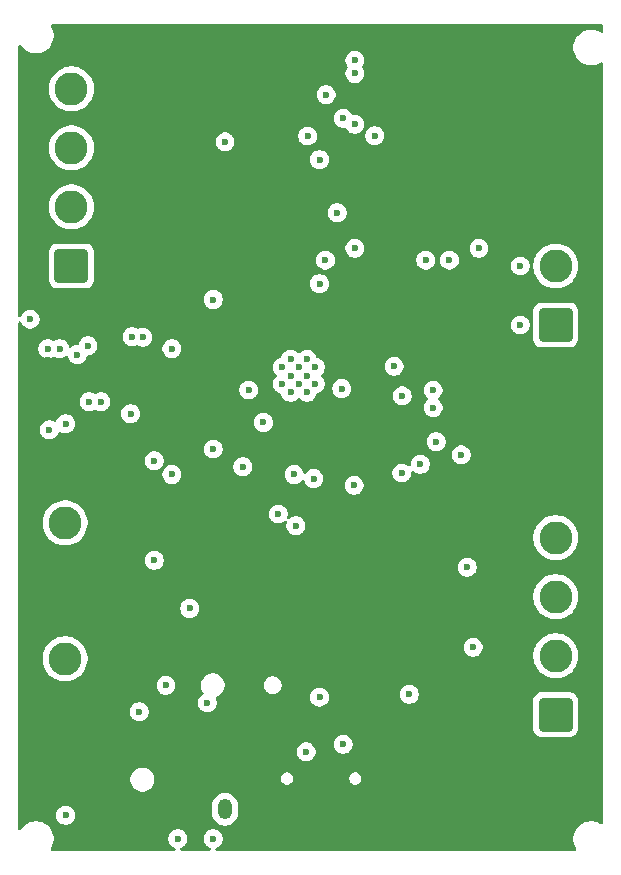
<source format=gbr>
G04 #@! TF.GenerationSoftware,KiCad,Pcbnew,9.0.3*
G04 #@! TF.CreationDate,2025-12-20T12:13:59-05:00*
G04 #@! TF.ProjectId,Experimental,45787065-7269-46d6-956e-74616c2e6b69,rev?*
G04 #@! TF.SameCoordinates,Original*
G04 #@! TF.FileFunction,Copper,L3,Inr*
G04 #@! TF.FilePolarity,Positive*
%FSLAX46Y46*%
G04 Gerber Fmt 4.6, Leading zero omitted, Abs format (unit mm)*
G04 Created by KiCad (PCBNEW 9.0.3) date 2025-12-20 12:13:59*
%MOMM*%
%LPD*%
G01*
G04 APERTURE LIST*
G04 Aperture macros list*
%AMRoundRect*
0 Rectangle with rounded corners*
0 $1 Rounding radius*
0 $2 $3 $4 $5 $6 $7 $8 $9 X,Y pos of 4 corners*
0 Add a 4 corners polygon primitive as box body*
4,1,4,$2,$3,$4,$5,$6,$7,$8,$9,$2,$3,0*
0 Add four circle primitives for the rounded corners*
1,1,$1+$1,$2,$3*
1,1,$1+$1,$4,$5*
1,1,$1+$1,$6,$7*
1,1,$1+$1,$8,$9*
0 Add four rect primitives between the rounded corners*
20,1,$1+$1,$2,$3,$4,$5,0*
20,1,$1+$1,$4,$5,$6,$7,0*
20,1,$1+$1,$6,$7,$8,$9,0*
20,1,$1+$1,$8,$9,$2,$3,0*%
G04 Aperture macros list end*
G04 #@! TA.AperFunction,HeatsinkPad*
%ADD10O,1.000000X2.100000*%
G04 #@! TD*
G04 #@! TA.AperFunction,HeatsinkPad*
%ADD11O,1.000000X1.800000*%
G04 #@! TD*
G04 #@! TA.AperFunction,ComponentPad*
%ADD12RoundRect,0.250000X-0.350000X-0.625000X0.350000X-0.625000X0.350000X0.625000X-0.350000X0.625000X0*%
G04 #@! TD*
G04 #@! TA.AperFunction,ComponentPad*
%ADD13O,1.200000X1.750000*%
G04 #@! TD*
G04 #@! TA.AperFunction,ComponentPad*
%ADD14RoundRect,0.250001X1.149999X-1.149999X1.149999X1.149999X-1.149999X1.149999X-1.149999X-1.149999X0*%
G04 #@! TD*
G04 #@! TA.AperFunction,ComponentPad*
%ADD15C,2.800000*%
G04 #@! TD*
G04 #@! TA.AperFunction,HeatsinkPad*
%ADD16C,0.600000*%
G04 #@! TD*
G04 #@! TA.AperFunction,ViaPad*
%ADD17C,0.600000*%
G04 #@! TD*
G04 APERTURE END LIST*
D10*
X121818400Y-113895000D03*
D11*
X121818400Y-118075000D03*
D10*
X130458400Y-113895000D03*
D11*
X130458400Y-118075000D03*
D12*
X116000000Y-117000000D03*
D13*
X118000000Y-117000000D03*
D14*
X145967500Y-87500000D03*
D15*
X145967500Y-82500000D03*
D14*
X146000000Y-76000000D03*
D15*
X146000000Y-71000000D03*
D16*
X122850000Y-79590000D03*
X122850000Y-80990000D03*
X123550000Y-78890000D03*
X123550000Y-80290000D03*
X123550000Y-81690000D03*
X124250000Y-79590000D03*
X124250000Y-80990000D03*
X124950000Y-78890000D03*
X124950000Y-80290000D03*
X124950000Y-81690000D03*
X125650000Y-79590000D03*
X125650000Y-80990000D03*
D14*
X104467500Y-109250000D03*
D15*
X104467500Y-104250000D03*
D14*
X146000000Y-109000000D03*
D15*
X146000000Y-104000000D03*
X146000000Y-99000000D03*
X146000000Y-94000000D03*
D14*
X105000000Y-71000000D03*
D15*
X105000000Y-66000000D03*
X105000000Y-61000000D03*
X105000000Y-56000000D03*
D14*
X104467500Y-97750000D03*
D15*
X104467500Y-92750000D03*
D17*
X101500000Y-79000000D03*
X103000000Y-79000000D03*
X107500000Y-82500000D03*
X119500000Y-109000000D03*
X125500000Y-89000000D03*
X115000000Y-100000000D03*
X122000000Y-99000000D03*
X117000000Y-119500000D03*
X124000000Y-93000000D03*
X113500000Y-88655000D03*
X123845000Y-88655000D03*
X122500000Y-92000000D03*
X104500000Y-117500000D03*
X114000000Y-119500000D03*
X103000000Y-78000000D03*
X118000000Y-60500000D03*
X109500000Y-113000000D03*
X107015000Y-119015000D03*
X143000000Y-87500000D03*
X143000000Y-82500000D03*
X143000000Y-76000000D03*
X143000000Y-71000000D03*
X138500000Y-96500000D03*
X138000000Y-87000000D03*
X137500000Y-94500000D03*
X135877354Y-85877354D03*
X124861400Y-112138600D03*
X126000000Y-107500000D03*
X128000000Y-111500000D03*
X113000000Y-106500000D03*
X110750000Y-108750000D03*
X116500000Y-108000000D03*
X112000000Y-95910500D03*
X120500000Y-59000000D03*
X109000000Y-74310000D03*
X112000000Y-73500000D03*
X139000000Y-107075000D03*
X107000000Y-73500000D03*
X118000000Y-97000000D03*
X105500000Y-78500000D03*
X134500000Y-53216359D03*
X104000000Y-73500000D03*
X120357000Y-113000000D03*
X105500000Y-73500000D03*
X108500000Y-80680000D03*
X129191700Y-116808300D03*
X131000000Y-112500000D03*
X128950000Y-107500000D03*
X128500000Y-87000000D03*
X129000000Y-52500000D03*
X109500000Y-103500000D03*
X135000000Y-63500000D03*
X120100000Y-111000000D03*
X134550000Y-105000000D03*
X115500000Y-58000000D03*
X112337500Y-91645000D03*
X141500000Y-56500000D03*
X122946700Y-116946700D03*
X134480000Y-109000000D03*
X120500000Y-66400000D03*
X129500000Y-67000000D03*
X132900000Y-110500000D03*
X140500000Y-65500000D03*
X128325000Y-97395000D03*
X120500000Y-64200000D03*
X117000000Y-72570000D03*
X138550000Y-56500000D03*
X135500000Y-71500000D03*
X102500000Y-73500000D03*
X110500000Y-74000000D03*
X146500000Y-54500000D03*
X104000000Y-78000000D03*
X104500000Y-84350354D03*
X132310000Y-79500000D03*
X139000000Y-103277500D03*
X133600000Y-107275000D03*
X111034200Y-77034200D03*
X120000000Y-81500000D03*
X101500000Y-75500000D03*
X117000000Y-73840000D03*
X106388400Y-77760000D03*
X129000000Y-53600000D03*
X139500000Y-69500000D03*
X129000000Y-54700000D03*
X110138400Y-77000000D03*
X113500000Y-78000000D03*
X129000000Y-59000000D03*
X112000000Y-87500000D03*
X121250000Y-84250000D03*
X119500000Y-88000000D03*
X106500000Y-82500000D03*
X110000000Y-83500000D03*
X103122646Y-84877354D03*
X130671000Y-59973000D03*
X117000000Y-86500000D03*
X127877354Y-81377354D03*
X135618000Y-83000000D03*
X126556879Y-56500000D03*
X126500000Y-70500000D03*
X126000000Y-72500000D03*
X128000000Y-58500000D03*
X137000000Y-70500000D03*
X135000000Y-70500000D03*
X128925000Y-89575000D03*
X132971290Y-88528709D03*
X135618000Y-81500000D03*
X126000000Y-62000000D03*
X127500000Y-66500000D03*
X129000000Y-69500000D03*
X125000000Y-60000000D03*
X133000000Y-82000000D03*
X134527646Y-87782354D03*
G04 #@! TA.AperFunction,Conductor*
G36*
X149942539Y-50520185D02*
G01*
X149988294Y-50572989D01*
X149999500Y-50624500D01*
X149999500Y-51128095D01*
X149979815Y-51195134D01*
X149927011Y-51240889D01*
X149857853Y-51250833D01*
X149802615Y-51228414D01*
X149786432Y-51216656D01*
X149575996Y-51109433D01*
X149351368Y-51036446D01*
X149118097Y-50999500D01*
X149118092Y-50999500D01*
X148881908Y-50999500D01*
X148881903Y-50999500D01*
X148648631Y-51036446D01*
X148424003Y-51109433D01*
X148213566Y-51216657D01*
X148104550Y-51295862D01*
X148022490Y-51355483D01*
X148022488Y-51355485D01*
X148022487Y-51355485D01*
X147855485Y-51522487D01*
X147855485Y-51522488D01*
X147855483Y-51522490D01*
X147824454Y-51565198D01*
X147716657Y-51713566D01*
X147609433Y-51924003D01*
X147536446Y-52148631D01*
X147499500Y-52381902D01*
X147499500Y-52618097D01*
X147536446Y-52851368D01*
X147609433Y-53075996D01*
X147683222Y-53220814D01*
X147716657Y-53286433D01*
X147855483Y-53477510D01*
X148022490Y-53644517D01*
X148213567Y-53783343D01*
X148273802Y-53814034D01*
X148424003Y-53890566D01*
X148424005Y-53890566D01*
X148424008Y-53890568D01*
X148544412Y-53929689D01*
X148648631Y-53963553D01*
X148881903Y-54000500D01*
X148881908Y-54000500D01*
X149118097Y-54000500D01*
X149351368Y-53963553D01*
X149575992Y-53890568D01*
X149786433Y-53783343D01*
X149802612Y-53771587D01*
X149868418Y-53748106D01*
X149936472Y-53763930D01*
X149985168Y-53814034D01*
X149999500Y-53871904D01*
X149999500Y-118128095D01*
X149979815Y-118195134D01*
X149927011Y-118240889D01*
X149857853Y-118250833D01*
X149802615Y-118228414D01*
X149786432Y-118216656D01*
X149575996Y-118109433D01*
X149351368Y-118036446D01*
X149118097Y-117999500D01*
X149118092Y-117999500D01*
X148881908Y-117999500D01*
X148881903Y-117999500D01*
X148648631Y-118036446D01*
X148424003Y-118109433D01*
X148213566Y-118216657D01*
X148140509Y-118269737D01*
X148022490Y-118355483D01*
X148022488Y-118355485D01*
X148022487Y-118355485D01*
X147855485Y-118522487D01*
X147855485Y-118522488D01*
X147855483Y-118522490D01*
X147795862Y-118604550D01*
X147716657Y-118713566D01*
X147609433Y-118924003D01*
X147536446Y-119148631D01*
X147499500Y-119381902D01*
X147499500Y-119618097D01*
X147536446Y-119851368D01*
X147609433Y-120075996D01*
X147716656Y-120286432D01*
X147728414Y-120302615D01*
X147751893Y-120368422D01*
X147736067Y-120436476D01*
X147685961Y-120485170D01*
X147628095Y-120499500D01*
X117302190Y-120499500D01*
X117235151Y-120479815D01*
X117189396Y-120427011D01*
X117179452Y-120357853D01*
X117208477Y-120294297D01*
X117254738Y-120260939D01*
X117379172Y-120209397D01*
X117379172Y-120209396D01*
X117379179Y-120209394D01*
X117510289Y-120121789D01*
X117621789Y-120010289D01*
X117709394Y-119879179D01*
X117769737Y-119733497D01*
X117800500Y-119578842D01*
X117800500Y-119421158D01*
X117800500Y-119421155D01*
X117800499Y-119421153D01*
X117769738Y-119266510D01*
X117769737Y-119266503D01*
X117769735Y-119266498D01*
X117709397Y-119120827D01*
X117709390Y-119120814D01*
X117621789Y-118989711D01*
X117621786Y-118989707D01*
X117510292Y-118878213D01*
X117510288Y-118878210D01*
X117379185Y-118790609D01*
X117379172Y-118790602D01*
X117233501Y-118730264D01*
X117233489Y-118730261D01*
X117078845Y-118699500D01*
X117078842Y-118699500D01*
X116921158Y-118699500D01*
X116921155Y-118699500D01*
X116766510Y-118730261D01*
X116766498Y-118730264D01*
X116620827Y-118790602D01*
X116620814Y-118790609D01*
X116489711Y-118878210D01*
X116489707Y-118878213D01*
X116378213Y-118989707D01*
X116378210Y-118989711D01*
X116290609Y-119120814D01*
X116290602Y-119120827D01*
X116230264Y-119266498D01*
X116230261Y-119266510D01*
X116199500Y-119421153D01*
X116199500Y-119578846D01*
X116230261Y-119733489D01*
X116230264Y-119733501D01*
X116290602Y-119879172D01*
X116290609Y-119879185D01*
X116378210Y-120010288D01*
X116378213Y-120010292D01*
X116489707Y-120121786D01*
X116489711Y-120121789D01*
X116620814Y-120209390D01*
X116620827Y-120209397D01*
X116745262Y-120260939D01*
X116799666Y-120304779D01*
X116821731Y-120371074D01*
X116804452Y-120438773D01*
X116753315Y-120486384D01*
X116697810Y-120499500D01*
X114302190Y-120499500D01*
X114235151Y-120479815D01*
X114189396Y-120427011D01*
X114179452Y-120357853D01*
X114208477Y-120294297D01*
X114254738Y-120260939D01*
X114379172Y-120209397D01*
X114379172Y-120209396D01*
X114379179Y-120209394D01*
X114510289Y-120121789D01*
X114621789Y-120010289D01*
X114709394Y-119879179D01*
X114769737Y-119733497D01*
X114800500Y-119578842D01*
X114800500Y-119421158D01*
X114800500Y-119421155D01*
X114800499Y-119421153D01*
X114769738Y-119266510D01*
X114769737Y-119266503D01*
X114769735Y-119266498D01*
X114709397Y-119120827D01*
X114709390Y-119120814D01*
X114621789Y-118989711D01*
X114621786Y-118989707D01*
X114510292Y-118878213D01*
X114510288Y-118878210D01*
X114379185Y-118790609D01*
X114379172Y-118790602D01*
X114233501Y-118730264D01*
X114233489Y-118730261D01*
X114078845Y-118699500D01*
X114078842Y-118699500D01*
X113921158Y-118699500D01*
X113921155Y-118699500D01*
X113766510Y-118730261D01*
X113766498Y-118730264D01*
X113620827Y-118790602D01*
X113620814Y-118790609D01*
X113489711Y-118878210D01*
X113489707Y-118878213D01*
X113378213Y-118989707D01*
X113378210Y-118989711D01*
X113290609Y-119120814D01*
X113290602Y-119120827D01*
X113230264Y-119266498D01*
X113230261Y-119266510D01*
X113199500Y-119421153D01*
X113199500Y-119578846D01*
X113230261Y-119733489D01*
X113230264Y-119733501D01*
X113290602Y-119879172D01*
X113290609Y-119879185D01*
X113378210Y-120010288D01*
X113378213Y-120010292D01*
X113489707Y-120121786D01*
X113489711Y-120121789D01*
X113620814Y-120209390D01*
X113620827Y-120209397D01*
X113745262Y-120260939D01*
X113799666Y-120304779D01*
X113821731Y-120371074D01*
X113804452Y-120438773D01*
X113753315Y-120486384D01*
X113697810Y-120499500D01*
X103371905Y-120499500D01*
X103304866Y-120479815D01*
X103259111Y-120427011D01*
X103249167Y-120357853D01*
X103271586Y-120302615D01*
X103277629Y-120294297D01*
X103283343Y-120286433D01*
X103390568Y-120075992D01*
X103463553Y-119851368D01*
X103471043Y-119804076D01*
X103500500Y-119618097D01*
X103500500Y-119381902D01*
X103463553Y-119148631D01*
X103390566Y-118924003D01*
X103299358Y-118744999D01*
X103283343Y-118713567D01*
X103144517Y-118522490D01*
X102977510Y-118355483D01*
X102786433Y-118216657D01*
X102785597Y-118216231D01*
X102575996Y-118109433D01*
X102351368Y-118036446D01*
X102118097Y-117999500D01*
X102118092Y-117999500D01*
X101881908Y-117999500D01*
X101881903Y-117999500D01*
X101648631Y-118036446D01*
X101424003Y-118109433D01*
X101213566Y-118216657D01*
X101140509Y-118269737D01*
X101022490Y-118355483D01*
X101022488Y-118355485D01*
X101022487Y-118355485D01*
X100855485Y-118522487D01*
X100855485Y-118522488D01*
X100855483Y-118522490D01*
X100777773Y-118629448D01*
X100724818Y-118702334D01*
X100669488Y-118744999D01*
X100599874Y-118750978D01*
X100538079Y-118718372D01*
X100503722Y-118657533D01*
X100500500Y-118629448D01*
X100500500Y-117421153D01*
X103699500Y-117421153D01*
X103699500Y-117578846D01*
X103730261Y-117733489D01*
X103730264Y-117733501D01*
X103790602Y-117879172D01*
X103790609Y-117879185D01*
X103878210Y-118010288D01*
X103878213Y-118010292D01*
X103989707Y-118121786D01*
X103989711Y-118121789D01*
X104120814Y-118209390D01*
X104120827Y-118209397D01*
X104196857Y-118240889D01*
X104266503Y-118269737D01*
X104421153Y-118300499D01*
X104421156Y-118300500D01*
X104421158Y-118300500D01*
X104578844Y-118300500D01*
X104578845Y-118300499D01*
X104733497Y-118269737D01*
X104846166Y-118223067D01*
X104879172Y-118209397D01*
X104879172Y-118209396D01*
X104879179Y-118209394D01*
X105010289Y-118121789D01*
X105121789Y-118010289D01*
X105209394Y-117879179D01*
X105269737Y-117733497D01*
X105300500Y-117578842D01*
X105300500Y-117421158D01*
X105300500Y-117421155D01*
X105300499Y-117421153D01*
X105269738Y-117266510D01*
X105269737Y-117266503D01*
X105269735Y-117266498D01*
X105209397Y-117120827D01*
X105209390Y-117120814D01*
X105121789Y-116989711D01*
X105121786Y-116989707D01*
X105010292Y-116878213D01*
X105010288Y-116878210D01*
X104879185Y-116790609D01*
X104879172Y-116790602D01*
X104776507Y-116748078D01*
X104733497Y-116730263D01*
X104733489Y-116730261D01*
X104578845Y-116699500D01*
X104578842Y-116699500D01*
X104421158Y-116699500D01*
X104421155Y-116699500D01*
X104266510Y-116730261D01*
X104266498Y-116730264D01*
X104120827Y-116790602D01*
X104120814Y-116790609D01*
X103989711Y-116878210D01*
X103989707Y-116878213D01*
X103878213Y-116989707D01*
X103878210Y-116989711D01*
X103790609Y-117120814D01*
X103790602Y-117120827D01*
X103730264Y-117266498D01*
X103730261Y-117266510D01*
X103699500Y-117421153D01*
X100500500Y-117421153D01*
X100500500Y-116638389D01*
X116899500Y-116638389D01*
X116899500Y-117361611D01*
X116926598Y-117532701D01*
X116980127Y-117697445D01*
X117058768Y-117851788D01*
X117160586Y-117991928D01*
X117283072Y-118114414D01*
X117423212Y-118216232D01*
X117577555Y-118294873D01*
X117742299Y-118348402D01*
X117913389Y-118375500D01*
X117913390Y-118375500D01*
X118086610Y-118375500D01*
X118086611Y-118375500D01*
X118257701Y-118348402D01*
X118422445Y-118294873D01*
X118576788Y-118216232D01*
X118716928Y-118114414D01*
X118839414Y-117991928D01*
X118941232Y-117851788D01*
X119019873Y-117697445D01*
X119073402Y-117532701D01*
X119100500Y-117361611D01*
X119100500Y-116638389D01*
X119073402Y-116467299D01*
X119019873Y-116302555D01*
X118941232Y-116148212D01*
X118839414Y-116008072D01*
X118716928Y-115885586D01*
X118576788Y-115783768D01*
X118422445Y-115705127D01*
X118257701Y-115651598D01*
X118257699Y-115651597D01*
X118257698Y-115651597D01*
X118126271Y-115630781D01*
X118086611Y-115624500D01*
X117913389Y-115624500D01*
X117873728Y-115630781D01*
X117742302Y-115651597D01*
X117577552Y-115705128D01*
X117423211Y-115783768D01*
X117343256Y-115841859D01*
X117283072Y-115885586D01*
X117283070Y-115885588D01*
X117283069Y-115885588D01*
X117160588Y-116008069D01*
X117160588Y-116008070D01*
X117160586Y-116008072D01*
X117116859Y-116068256D01*
X117058768Y-116148211D01*
X116980128Y-116302552D01*
X116926597Y-116467302D01*
X116899500Y-116638389D01*
X100500500Y-116638389D01*
X100500500Y-114398992D01*
X109974500Y-114398992D01*
X109974500Y-114601007D01*
X110013907Y-114799119D01*
X110013909Y-114799127D01*
X110091212Y-114985752D01*
X110091217Y-114985762D01*
X110203441Y-115153718D01*
X110346281Y-115296558D01*
X110514237Y-115408782D01*
X110514241Y-115408784D01*
X110514244Y-115408786D01*
X110700873Y-115486091D01*
X110898992Y-115525499D01*
X110898996Y-115525500D01*
X110898997Y-115525500D01*
X111101004Y-115525500D01*
X111101005Y-115525499D01*
X111299127Y-115486091D01*
X111485756Y-115408786D01*
X111653718Y-115296558D01*
X111796558Y-115153718D01*
X111908786Y-114985756D01*
X111986091Y-114799127D01*
X112025500Y-114601003D01*
X112025500Y-114398997D01*
X112014139Y-114341880D01*
X112014139Y-114341877D01*
X112010944Y-114325817D01*
X122722900Y-114325817D01*
X122722900Y-114464182D01*
X122758712Y-114597835D01*
X122758713Y-114597838D01*
X122827892Y-114717661D01*
X122827894Y-114717664D01*
X122827895Y-114717665D01*
X122925735Y-114815505D01*
X123045564Y-114884688D01*
X123179217Y-114920500D01*
X123179219Y-114920500D01*
X123317581Y-114920500D01*
X123317583Y-114920500D01*
X123451236Y-114884688D01*
X123571065Y-114815505D01*
X123668905Y-114717665D01*
X123738088Y-114597836D01*
X123773900Y-114464183D01*
X123773900Y-114325817D01*
X128502900Y-114325817D01*
X128502900Y-114464182D01*
X128538712Y-114597835D01*
X128538713Y-114597838D01*
X128607892Y-114717661D01*
X128607894Y-114717664D01*
X128607895Y-114717665D01*
X128705735Y-114815505D01*
X128825564Y-114884688D01*
X128959217Y-114920500D01*
X128959219Y-114920500D01*
X129097581Y-114920500D01*
X129097583Y-114920500D01*
X129231236Y-114884688D01*
X129351065Y-114815505D01*
X129448905Y-114717665D01*
X129518088Y-114597836D01*
X129553900Y-114464183D01*
X129553900Y-114325817D01*
X129518088Y-114192164D01*
X129448905Y-114072335D01*
X129351065Y-113974495D01*
X129351064Y-113974494D01*
X129351061Y-113974492D01*
X129231238Y-113905313D01*
X129231237Y-113905312D01*
X129231236Y-113905312D01*
X129097583Y-113869500D01*
X128959217Y-113869500D01*
X128825564Y-113905312D01*
X128825561Y-113905313D01*
X128705738Y-113974492D01*
X128705733Y-113974496D01*
X128607896Y-114072333D01*
X128607892Y-114072338D01*
X128538713Y-114192161D01*
X128538712Y-114192164D01*
X128502900Y-114325817D01*
X123773900Y-114325817D01*
X123738088Y-114192164D01*
X123668905Y-114072335D01*
X123571065Y-113974495D01*
X123571064Y-113974494D01*
X123571061Y-113974492D01*
X123451238Y-113905313D01*
X123451237Y-113905312D01*
X123451236Y-113905312D01*
X123317583Y-113869500D01*
X123179217Y-113869500D01*
X123045564Y-113905312D01*
X123045561Y-113905313D01*
X122925738Y-113974492D01*
X122925733Y-113974496D01*
X122827896Y-114072333D01*
X122827892Y-114072338D01*
X122758713Y-114192161D01*
X122758712Y-114192164D01*
X122722900Y-114325817D01*
X112010944Y-114325817D01*
X111986092Y-114200880D01*
X111986091Y-114200873D01*
X111908786Y-114014244D01*
X111908784Y-114014241D01*
X111908782Y-114014237D01*
X111796558Y-113846281D01*
X111653718Y-113703441D01*
X111485762Y-113591217D01*
X111485752Y-113591212D01*
X111299127Y-113513909D01*
X111299119Y-113513907D01*
X111101007Y-113474500D01*
X111101003Y-113474500D01*
X110898997Y-113474500D01*
X110898992Y-113474500D01*
X110700880Y-113513907D01*
X110700872Y-113513909D01*
X110514247Y-113591212D01*
X110514237Y-113591217D01*
X110346281Y-113703441D01*
X110203441Y-113846281D01*
X110091217Y-114014237D01*
X110091212Y-114014247D01*
X110013909Y-114200872D01*
X110013907Y-114200880D01*
X109974500Y-114398992D01*
X100500500Y-114398992D01*
X100500500Y-112059753D01*
X124060900Y-112059753D01*
X124060900Y-112217446D01*
X124091661Y-112372089D01*
X124091664Y-112372101D01*
X124152002Y-112517772D01*
X124152009Y-112517785D01*
X124239610Y-112648888D01*
X124239613Y-112648892D01*
X124351107Y-112760386D01*
X124351111Y-112760389D01*
X124482214Y-112847990D01*
X124482227Y-112847997D01*
X124627898Y-112908335D01*
X124627903Y-112908337D01*
X124782553Y-112939099D01*
X124782556Y-112939100D01*
X124782558Y-112939100D01*
X124940244Y-112939100D01*
X124940245Y-112939099D01*
X125094897Y-112908337D01*
X125240579Y-112847994D01*
X125371689Y-112760389D01*
X125483189Y-112648889D01*
X125570794Y-112517779D01*
X125631137Y-112372097D01*
X125661900Y-112217442D01*
X125661900Y-112059758D01*
X125661900Y-112059755D01*
X125661899Y-112059753D01*
X125631137Y-111905103D01*
X125631135Y-111905098D01*
X125570797Y-111759427D01*
X125570790Y-111759414D01*
X125483189Y-111628311D01*
X125483186Y-111628307D01*
X125371690Y-111516811D01*
X125240585Y-111429209D01*
X125240572Y-111429202D01*
X125221140Y-111421153D01*
X127199500Y-111421153D01*
X127199500Y-111578846D01*
X127230261Y-111733489D01*
X127230264Y-111733501D01*
X127290602Y-111879172D01*
X127290609Y-111879185D01*
X127378210Y-112010288D01*
X127378213Y-112010292D01*
X127489707Y-112121786D01*
X127489711Y-112121789D01*
X127620814Y-112209390D01*
X127620827Y-112209397D01*
X127766498Y-112269735D01*
X127766503Y-112269737D01*
X127921153Y-112300499D01*
X127921156Y-112300500D01*
X127921158Y-112300500D01*
X128078844Y-112300500D01*
X128078845Y-112300499D01*
X128233497Y-112269737D01*
X128359740Y-112217446D01*
X128379172Y-112209397D01*
X128379172Y-112209396D01*
X128379179Y-112209394D01*
X128510289Y-112121789D01*
X128621789Y-112010289D01*
X128709394Y-111879179D01*
X128769737Y-111733497D01*
X128800500Y-111578842D01*
X128800500Y-111421158D01*
X128800500Y-111421155D01*
X128800499Y-111421153D01*
X128790097Y-111368861D01*
X128769737Y-111266503D01*
X128769735Y-111266498D01*
X128709397Y-111120827D01*
X128709390Y-111120814D01*
X128621789Y-110989711D01*
X128621786Y-110989707D01*
X128510292Y-110878213D01*
X128510288Y-110878210D01*
X128379185Y-110790609D01*
X128379172Y-110790602D01*
X128233501Y-110730264D01*
X128233489Y-110730261D01*
X128078845Y-110699500D01*
X128078842Y-110699500D01*
X127921158Y-110699500D01*
X127921155Y-110699500D01*
X127766510Y-110730261D01*
X127766498Y-110730264D01*
X127620827Y-110790602D01*
X127620814Y-110790609D01*
X127489711Y-110878210D01*
X127489707Y-110878213D01*
X127378213Y-110989707D01*
X127378210Y-110989711D01*
X127290609Y-111120814D01*
X127290602Y-111120827D01*
X127230264Y-111266498D01*
X127230261Y-111266510D01*
X127199500Y-111421153D01*
X125221140Y-111421153D01*
X125094901Y-111368864D01*
X125094889Y-111368861D01*
X124940245Y-111338100D01*
X124940242Y-111338100D01*
X124782558Y-111338100D01*
X124782555Y-111338100D01*
X124627910Y-111368861D01*
X124627898Y-111368864D01*
X124482227Y-111429202D01*
X124482214Y-111429209D01*
X124351111Y-111516810D01*
X124351107Y-111516813D01*
X124239613Y-111628307D01*
X124239610Y-111628311D01*
X124152009Y-111759414D01*
X124152002Y-111759427D01*
X124091664Y-111905098D01*
X124091661Y-111905110D01*
X124060900Y-112059753D01*
X100500500Y-112059753D01*
X100500500Y-108671153D01*
X109949500Y-108671153D01*
X109949500Y-108828846D01*
X109980261Y-108983489D01*
X109980264Y-108983501D01*
X110040602Y-109129172D01*
X110040609Y-109129185D01*
X110128210Y-109260288D01*
X110128213Y-109260292D01*
X110239707Y-109371786D01*
X110239711Y-109371789D01*
X110370814Y-109459390D01*
X110370827Y-109459397D01*
X110516498Y-109519735D01*
X110516503Y-109519737D01*
X110671153Y-109550499D01*
X110671156Y-109550500D01*
X110671158Y-109550500D01*
X110828844Y-109550500D01*
X110828845Y-109550499D01*
X110983497Y-109519737D01*
X111129179Y-109459394D01*
X111260289Y-109371789D01*
X111371789Y-109260289D01*
X111459394Y-109129179D01*
X111519737Y-108983497D01*
X111550500Y-108828842D01*
X111550500Y-108671158D01*
X111550500Y-108671155D01*
X111550499Y-108671153D01*
X111519738Y-108516510D01*
X111519737Y-108516503D01*
X111517163Y-108510288D01*
X111459397Y-108370827D01*
X111459390Y-108370814D01*
X111371789Y-108239711D01*
X111371786Y-108239707D01*
X111260292Y-108128213D01*
X111260288Y-108128210D01*
X111129185Y-108040609D01*
X111129173Y-108040602D01*
X111102674Y-108029627D01*
X110983501Y-107980264D01*
X110983489Y-107980261D01*
X110828845Y-107949500D01*
X110828842Y-107949500D01*
X110671158Y-107949500D01*
X110671155Y-107949500D01*
X110516510Y-107980261D01*
X110516498Y-107980264D01*
X110370827Y-108040602D01*
X110370814Y-108040609D01*
X110239711Y-108128210D01*
X110239707Y-108128213D01*
X110128213Y-108239707D01*
X110128210Y-108239711D01*
X110040609Y-108370814D01*
X110040602Y-108370827D01*
X109980264Y-108516498D01*
X109980261Y-108516510D01*
X109949500Y-108671153D01*
X100500500Y-108671153D01*
X100500500Y-107921153D01*
X115699500Y-107921153D01*
X115699500Y-108078846D01*
X115730261Y-108233489D01*
X115730264Y-108233501D01*
X115790602Y-108379172D01*
X115790609Y-108379185D01*
X115878210Y-108510288D01*
X115878213Y-108510292D01*
X115989707Y-108621786D01*
X115989711Y-108621789D01*
X116120814Y-108709390D01*
X116120827Y-108709397D01*
X116266498Y-108769735D01*
X116266503Y-108769737D01*
X116421153Y-108800499D01*
X116421156Y-108800500D01*
X116421158Y-108800500D01*
X116578844Y-108800500D01*
X116578845Y-108800499D01*
X116733497Y-108769737D01*
X116879179Y-108709394D01*
X117010289Y-108621789D01*
X117121789Y-108510289D01*
X117209394Y-108379179D01*
X117212854Y-108370827D01*
X117241984Y-108300499D01*
X117269737Y-108233497D01*
X117300500Y-108078842D01*
X117300500Y-107921158D01*
X117300500Y-107921155D01*
X117300499Y-107921153D01*
X117273474Y-107785292D01*
X117269737Y-107766503D01*
X117256062Y-107733489D01*
X117208842Y-107619487D01*
X117201373Y-107550018D01*
X117232648Y-107487539D01*
X117275950Y-107457474D01*
X117363637Y-107421153D01*
X125199500Y-107421153D01*
X125199500Y-107578846D01*
X125230261Y-107733489D01*
X125230264Y-107733501D01*
X125290602Y-107879172D01*
X125290609Y-107879185D01*
X125378210Y-108010288D01*
X125378213Y-108010292D01*
X125489707Y-108121786D01*
X125489711Y-108121789D01*
X125620814Y-108209390D01*
X125620827Y-108209397D01*
X125694013Y-108239711D01*
X125766503Y-108269737D01*
X125921153Y-108300499D01*
X125921156Y-108300500D01*
X125921158Y-108300500D01*
X126078844Y-108300500D01*
X126078845Y-108300499D01*
X126233497Y-108269737D01*
X126379179Y-108209394D01*
X126510289Y-108121789D01*
X126621789Y-108010289D01*
X126709394Y-107879179D01*
X126769737Y-107733497D01*
X126800500Y-107578842D01*
X126800500Y-107421158D01*
X126800500Y-107421155D01*
X126800499Y-107421153D01*
X126787110Y-107353842D01*
X126769737Y-107266503D01*
X126740597Y-107196153D01*
X132799500Y-107196153D01*
X132799500Y-107353846D01*
X132830261Y-107508489D01*
X132830264Y-107508501D01*
X132890602Y-107654172D01*
X132890609Y-107654185D01*
X132978210Y-107785288D01*
X132978213Y-107785292D01*
X133089707Y-107896786D01*
X133089711Y-107896789D01*
X133220814Y-107984390D01*
X133220827Y-107984397D01*
X133330024Y-108029627D01*
X133366503Y-108044737D01*
X133521153Y-108075499D01*
X133521156Y-108075500D01*
X133521158Y-108075500D01*
X133678844Y-108075500D01*
X133678845Y-108075499D01*
X133833497Y-108044737D01*
X133979179Y-107984394D01*
X134110289Y-107896789D01*
X134207094Y-107799984D01*
X144099500Y-107799984D01*
X144099500Y-110200015D01*
X144110000Y-110302795D01*
X144110001Y-110302796D01*
X144165186Y-110469335D01*
X144165187Y-110469337D01*
X144257286Y-110618651D01*
X144257289Y-110618655D01*
X144381344Y-110742710D01*
X144381348Y-110742713D01*
X144530662Y-110834812D01*
X144530664Y-110834813D01*
X144530666Y-110834814D01*
X144697203Y-110889999D01*
X144799992Y-110900500D01*
X144799997Y-110900500D01*
X147200003Y-110900500D01*
X147200008Y-110900500D01*
X147302797Y-110889999D01*
X147469334Y-110834814D01*
X147618655Y-110742711D01*
X147742711Y-110618655D01*
X147834814Y-110469334D01*
X147889999Y-110302797D01*
X147900500Y-110200008D01*
X147900500Y-107799992D01*
X147889999Y-107697203D01*
X147834814Y-107530666D01*
X147821142Y-107508501D01*
X147742713Y-107381348D01*
X147742710Y-107381344D01*
X147618655Y-107257289D01*
X147618651Y-107257286D01*
X147469337Y-107165187D01*
X147469335Y-107165186D01*
X147386065Y-107137593D01*
X147302797Y-107110001D01*
X147302795Y-107110000D01*
X147200015Y-107099500D01*
X147200008Y-107099500D01*
X144799992Y-107099500D01*
X144799984Y-107099500D01*
X144697204Y-107110000D01*
X144697203Y-107110001D01*
X144530664Y-107165186D01*
X144530662Y-107165187D01*
X144381348Y-107257286D01*
X144381344Y-107257289D01*
X144257289Y-107381344D01*
X144257286Y-107381348D01*
X144165187Y-107530662D01*
X144165186Y-107530664D01*
X144110001Y-107697203D01*
X144110000Y-107697204D01*
X144099500Y-107799984D01*
X134207094Y-107799984D01*
X134221789Y-107785289D01*
X134256393Y-107733501D01*
X134260106Y-107727944D01*
X134309390Y-107654185D01*
X134309390Y-107654184D01*
X134309394Y-107654179D01*
X134369737Y-107508497D01*
X134400500Y-107353842D01*
X134400500Y-107196158D01*
X134400500Y-107196155D01*
X134400499Y-107196153D01*
X134395201Y-107169519D01*
X134369737Y-107041503D01*
X134356808Y-107010289D01*
X134309397Y-106895827D01*
X134309390Y-106895814D01*
X134221789Y-106764711D01*
X134221786Y-106764707D01*
X134110292Y-106653213D01*
X134110288Y-106653210D01*
X133979185Y-106565609D01*
X133979172Y-106565602D01*
X133833501Y-106505264D01*
X133833489Y-106505261D01*
X133678845Y-106474500D01*
X133678842Y-106474500D01*
X133521158Y-106474500D01*
X133521155Y-106474500D01*
X133366510Y-106505261D01*
X133366498Y-106505264D01*
X133220827Y-106565602D01*
X133220814Y-106565609D01*
X133089711Y-106653210D01*
X133089707Y-106653213D01*
X132978213Y-106764707D01*
X132978210Y-106764711D01*
X132890609Y-106895814D01*
X132890602Y-106895827D01*
X132830264Y-107041498D01*
X132830261Y-107041510D01*
X132799500Y-107196153D01*
X126740597Y-107196153D01*
X126727770Y-107165186D01*
X126709397Y-107120827D01*
X126709390Y-107120814D01*
X126621789Y-106989711D01*
X126621786Y-106989707D01*
X126510292Y-106878213D01*
X126510288Y-106878210D01*
X126379185Y-106790609D01*
X126379172Y-106790602D01*
X126233501Y-106730264D01*
X126233489Y-106730261D01*
X126078845Y-106699500D01*
X126078842Y-106699500D01*
X125921158Y-106699500D01*
X125921155Y-106699500D01*
X125766510Y-106730261D01*
X125766498Y-106730264D01*
X125620827Y-106790602D01*
X125620814Y-106790609D01*
X125489711Y-106878210D01*
X125489707Y-106878213D01*
X125378213Y-106989707D01*
X125378210Y-106989711D01*
X125290609Y-107120814D01*
X125290602Y-107120827D01*
X125230264Y-107266498D01*
X125230261Y-107266510D01*
X125199500Y-107421153D01*
X117363637Y-107421153D01*
X117436283Y-107391062D01*
X117600969Y-107281023D01*
X117741023Y-107140969D01*
X117851062Y-106976283D01*
X117926859Y-106793293D01*
X117965500Y-106599033D01*
X117965500Y-106425585D01*
X121284500Y-106425585D01*
X121284500Y-106574414D01*
X121313530Y-106720363D01*
X121313533Y-106720372D01*
X121370480Y-106857857D01*
X121370487Y-106857870D01*
X121453163Y-106981602D01*
X121453166Y-106981606D01*
X121558393Y-107086833D01*
X121558397Y-107086836D01*
X121682129Y-107169512D01*
X121682142Y-107169519D01*
X121746456Y-107196158D01*
X121819629Y-107226467D01*
X121819631Y-107226467D01*
X121819636Y-107226469D01*
X121965585Y-107255499D01*
X121965589Y-107255500D01*
X121965590Y-107255500D01*
X122114411Y-107255500D01*
X122114412Y-107255499D01*
X122163063Y-107245822D01*
X122260363Y-107226469D01*
X122260366Y-107226467D01*
X122260371Y-107226467D01*
X122397864Y-107169516D01*
X122521603Y-107086836D01*
X122626836Y-106981603D01*
X122709516Y-106857864D01*
X122766467Y-106720371D01*
X122770619Y-106699500D01*
X122790602Y-106599033D01*
X122795500Y-106574410D01*
X122795500Y-106425590D01*
X122790601Y-106400962D01*
X122766469Y-106279636D01*
X122766466Y-106279627D01*
X122709519Y-106142142D01*
X122709512Y-106142129D01*
X122626836Y-106018397D01*
X122626833Y-106018393D01*
X122521606Y-105913166D01*
X122521602Y-105913163D01*
X122397870Y-105830487D01*
X122397857Y-105830480D01*
X122260372Y-105773533D01*
X122260363Y-105773530D01*
X122114414Y-105744500D01*
X122114410Y-105744500D01*
X121965590Y-105744500D01*
X121965585Y-105744500D01*
X121819636Y-105773530D01*
X121819627Y-105773533D01*
X121682142Y-105830480D01*
X121682129Y-105830487D01*
X121558397Y-105913163D01*
X121558393Y-105913166D01*
X121453166Y-106018393D01*
X121453163Y-106018397D01*
X121370487Y-106142129D01*
X121370480Y-106142142D01*
X121313533Y-106279627D01*
X121313530Y-106279636D01*
X121284500Y-106425585D01*
X117965500Y-106425585D01*
X117965500Y-106400967D01*
X117965500Y-106400964D01*
X117965499Y-106400962D01*
X117926859Y-106206707D01*
X117851062Y-106023717D01*
X117741023Y-105859031D01*
X117741021Y-105859028D01*
X117600971Y-105718978D01*
X117518626Y-105663957D01*
X117436283Y-105608938D01*
X117375109Y-105583599D01*
X117253293Y-105533141D01*
X117253285Y-105533139D01*
X117059036Y-105494500D01*
X117059033Y-105494500D01*
X116860967Y-105494500D01*
X116860964Y-105494500D01*
X116666714Y-105533139D01*
X116666706Y-105533141D01*
X116483718Y-105608937D01*
X116319028Y-105718978D01*
X116178978Y-105859028D01*
X116068937Y-106023718D01*
X115993141Y-106206706D01*
X115993139Y-106206714D01*
X115954500Y-106400962D01*
X115954500Y-106599037D01*
X115993139Y-106793285D01*
X115993141Y-106793293D01*
X116068938Y-106976285D01*
X116161335Y-107114567D01*
X116182213Y-107181244D01*
X116163728Y-107248624D01*
X116124637Y-107285352D01*
X116125886Y-107287221D01*
X115989711Y-107378210D01*
X115989707Y-107378213D01*
X115878213Y-107489707D01*
X115878210Y-107489711D01*
X115790609Y-107620814D01*
X115790602Y-107620827D01*
X115730264Y-107766498D01*
X115730261Y-107766510D01*
X115699500Y-107921153D01*
X100500500Y-107921153D01*
X100500500Y-106421153D01*
X112199500Y-106421153D01*
X112199500Y-106578846D01*
X112230261Y-106733489D01*
X112230264Y-106733501D01*
X112290602Y-106879172D01*
X112290609Y-106879185D01*
X112378210Y-107010288D01*
X112378213Y-107010292D01*
X112489707Y-107121786D01*
X112489711Y-107121789D01*
X112620814Y-107209390D01*
X112620827Y-107209397D01*
X112758683Y-107266498D01*
X112766503Y-107269737D01*
X112871418Y-107290606D01*
X112921153Y-107300499D01*
X112921156Y-107300500D01*
X112921158Y-107300500D01*
X113078844Y-107300500D01*
X113078845Y-107300499D01*
X113233497Y-107269737D01*
X113379179Y-107209394D01*
X113510289Y-107121789D01*
X113621789Y-107010289D01*
X113709394Y-106879179D01*
X113769737Y-106733497D01*
X113800500Y-106578842D01*
X113800500Y-106421158D01*
X113800500Y-106421155D01*
X113800499Y-106421153D01*
X113772348Y-106279629D01*
X113769737Y-106266503D01*
X113744969Y-106206707D01*
X113709397Y-106120827D01*
X113709390Y-106120814D01*
X113621789Y-105989711D01*
X113621786Y-105989707D01*
X113510292Y-105878213D01*
X113510288Y-105878210D01*
X113379185Y-105790609D01*
X113379172Y-105790602D01*
X113233501Y-105730264D01*
X113233489Y-105730261D01*
X113078845Y-105699500D01*
X113078842Y-105699500D01*
X112921158Y-105699500D01*
X112921155Y-105699500D01*
X112766510Y-105730261D01*
X112766498Y-105730264D01*
X112620827Y-105790602D01*
X112620814Y-105790609D01*
X112489711Y-105878210D01*
X112489707Y-105878213D01*
X112378213Y-105989707D01*
X112378210Y-105989711D01*
X112290609Y-106120814D01*
X112290602Y-106120827D01*
X112230264Y-106266498D01*
X112230261Y-106266510D01*
X112199500Y-106421153D01*
X100500500Y-106421153D01*
X100500500Y-104125441D01*
X102567000Y-104125441D01*
X102567000Y-104374558D01*
X102567001Y-104374575D01*
X102599517Y-104621561D01*
X102663998Y-104862207D01*
X102759330Y-105092361D01*
X102759337Y-105092376D01*
X102883900Y-105308126D01*
X103035560Y-105505774D01*
X103035566Y-105505781D01*
X103211718Y-105681933D01*
X103211725Y-105681939D01*
X103409373Y-105833599D01*
X103625123Y-105958162D01*
X103625138Y-105958169D01*
X103701278Y-105989707D01*
X103855293Y-106053502D01*
X104095935Y-106117982D01*
X104342935Y-106150500D01*
X104342942Y-106150500D01*
X104592058Y-106150500D01*
X104592065Y-106150500D01*
X104839065Y-106117982D01*
X105079707Y-106053502D01*
X105309873Y-105958164D01*
X105525627Y-105833599D01*
X105723276Y-105681938D01*
X105899438Y-105505776D01*
X106051099Y-105308127D01*
X106175664Y-105092373D01*
X106271002Y-104862207D01*
X106335482Y-104621565D01*
X106368000Y-104374565D01*
X106368000Y-104125435D01*
X106335482Y-103878435D01*
X106271002Y-103637793D01*
X106175664Y-103407627D01*
X106164213Y-103387793D01*
X106087295Y-103254566D01*
X106055013Y-103198653D01*
X138199500Y-103198653D01*
X138199500Y-103356346D01*
X138230261Y-103510989D01*
X138230264Y-103511001D01*
X138290602Y-103656672D01*
X138290609Y-103656685D01*
X138378210Y-103787788D01*
X138378213Y-103787792D01*
X138489707Y-103899286D01*
X138489711Y-103899289D01*
X138620814Y-103986890D01*
X138620827Y-103986897D01*
X138766498Y-104047235D01*
X138766503Y-104047237D01*
X138921153Y-104077999D01*
X138921156Y-104078000D01*
X138921158Y-104078000D01*
X139078844Y-104078000D01*
X139078845Y-104077999D01*
X139233497Y-104047237D01*
X139379179Y-103986894D01*
X139510289Y-103899289D01*
X139534137Y-103875441D01*
X144099500Y-103875441D01*
X144099500Y-104124558D01*
X144099501Y-104124575D01*
X144132017Y-104371561D01*
X144196498Y-104612207D01*
X144291830Y-104842361D01*
X144291837Y-104842376D01*
X144416400Y-105058126D01*
X144568060Y-105255774D01*
X144568066Y-105255781D01*
X144744218Y-105431933D01*
X144744225Y-105431939D01*
X144941873Y-105583599D01*
X145157623Y-105708162D01*
X145157638Y-105708169D01*
X145210981Y-105730264D01*
X145387793Y-105803502D01*
X145628435Y-105867982D01*
X145875435Y-105900500D01*
X145875442Y-105900500D01*
X146124558Y-105900500D01*
X146124565Y-105900500D01*
X146371565Y-105867982D01*
X146612207Y-105803502D01*
X146842373Y-105708164D01*
X147058127Y-105583599D01*
X147255776Y-105431938D01*
X147431938Y-105255776D01*
X147583599Y-105058127D01*
X147708164Y-104842373D01*
X147803502Y-104612207D01*
X147867982Y-104371565D01*
X147900500Y-104124565D01*
X147900500Y-103875435D01*
X147867982Y-103628435D01*
X147803502Y-103387793D01*
X147749253Y-103256825D01*
X147708169Y-103157638D01*
X147708162Y-103157623D01*
X147583599Y-102941873D01*
X147431939Y-102744225D01*
X147431933Y-102744218D01*
X147255781Y-102568066D01*
X147255774Y-102568060D01*
X147058126Y-102416400D01*
X146842376Y-102291837D01*
X146842361Y-102291830D01*
X146612207Y-102196498D01*
X146371561Y-102132017D01*
X146124575Y-102099501D01*
X146124570Y-102099500D01*
X146124565Y-102099500D01*
X145875435Y-102099500D01*
X145875429Y-102099500D01*
X145875424Y-102099501D01*
X145628438Y-102132017D01*
X145387792Y-102196498D01*
X145157638Y-102291830D01*
X145157623Y-102291837D01*
X144941873Y-102416400D01*
X144744225Y-102568060D01*
X144744218Y-102568066D01*
X144568066Y-102744218D01*
X144568060Y-102744225D01*
X144416400Y-102941873D01*
X144291837Y-103157623D01*
X144291830Y-103157638D01*
X144196498Y-103387792D01*
X144132017Y-103628438D01*
X144099501Y-103875424D01*
X144099500Y-103875441D01*
X139534137Y-103875441D01*
X139621789Y-103787789D01*
X139709394Y-103656679D01*
X139769737Y-103510997D01*
X139800500Y-103356342D01*
X139800500Y-103198658D01*
X139800500Y-103198655D01*
X139800499Y-103198653D01*
X139799150Y-103191873D01*
X139769737Y-103044003D01*
X139769735Y-103043998D01*
X139709397Y-102898327D01*
X139709390Y-102898314D01*
X139621789Y-102767211D01*
X139621786Y-102767207D01*
X139510292Y-102655713D01*
X139510288Y-102655710D01*
X139379185Y-102568109D01*
X139379172Y-102568102D01*
X139233501Y-102507764D01*
X139233489Y-102507761D01*
X139078845Y-102477000D01*
X139078842Y-102477000D01*
X138921158Y-102477000D01*
X138921155Y-102477000D01*
X138766510Y-102507761D01*
X138766498Y-102507764D01*
X138620827Y-102568102D01*
X138620814Y-102568109D01*
X138489711Y-102655710D01*
X138489707Y-102655713D01*
X138378213Y-102767207D01*
X138378210Y-102767211D01*
X138290609Y-102898314D01*
X138290602Y-102898327D01*
X138230264Y-103043998D01*
X138230261Y-103044010D01*
X138199500Y-103198653D01*
X106055013Y-103198653D01*
X106051099Y-103191873D01*
X105899439Y-102994225D01*
X105899433Y-102994218D01*
X105723281Y-102818066D01*
X105723274Y-102818060D01*
X105525626Y-102666400D01*
X105309876Y-102541837D01*
X105309861Y-102541830D01*
X105079707Y-102446498D01*
X104839061Y-102382017D01*
X104592075Y-102349501D01*
X104592070Y-102349500D01*
X104592065Y-102349500D01*
X104342935Y-102349500D01*
X104342929Y-102349500D01*
X104342924Y-102349501D01*
X104095938Y-102382017D01*
X103855292Y-102446498D01*
X103625138Y-102541830D01*
X103625123Y-102541837D01*
X103409373Y-102666400D01*
X103211725Y-102818060D01*
X103211718Y-102818066D01*
X103035566Y-102994218D01*
X103035560Y-102994225D01*
X102883900Y-103191873D01*
X102759337Y-103407623D01*
X102759330Y-103407638D01*
X102663998Y-103637792D01*
X102599517Y-103878438D01*
X102567001Y-104125424D01*
X102567000Y-104125441D01*
X100500500Y-104125441D01*
X100500500Y-99921153D01*
X114199500Y-99921153D01*
X114199500Y-100078846D01*
X114230261Y-100233489D01*
X114230264Y-100233501D01*
X114290602Y-100379172D01*
X114290609Y-100379185D01*
X114378210Y-100510288D01*
X114378213Y-100510292D01*
X114489707Y-100621786D01*
X114489711Y-100621789D01*
X114620814Y-100709390D01*
X114620827Y-100709397D01*
X114766498Y-100769735D01*
X114766503Y-100769737D01*
X114921153Y-100800499D01*
X114921156Y-100800500D01*
X114921158Y-100800500D01*
X115078844Y-100800500D01*
X115078845Y-100800499D01*
X115233497Y-100769737D01*
X115379179Y-100709394D01*
X115510289Y-100621789D01*
X115621789Y-100510289D01*
X115709394Y-100379179D01*
X115769737Y-100233497D01*
X115800500Y-100078842D01*
X115800500Y-99921158D01*
X115800500Y-99921155D01*
X115800499Y-99921153D01*
X115784829Y-99842376D01*
X115769737Y-99766503D01*
X115769735Y-99766498D01*
X115709397Y-99620827D01*
X115709390Y-99620814D01*
X115621789Y-99489711D01*
X115621786Y-99489707D01*
X115510292Y-99378213D01*
X115510288Y-99378210D01*
X115379185Y-99290609D01*
X115379172Y-99290602D01*
X115233501Y-99230264D01*
X115233489Y-99230261D01*
X115078845Y-99199500D01*
X115078842Y-99199500D01*
X114921158Y-99199500D01*
X114921155Y-99199500D01*
X114766510Y-99230261D01*
X114766498Y-99230264D01*
X114620827Y-99290602D01*
X114620814Y-99290609D01*
X114489711Y-99378210D01*
X114489707Y-99378213D01*
X114378213Y-99489707D01*
X114378210Y-99489711D01*
X114290609Y-99620814D01*
X114290602Y-99620827D01*
X114230264Y-99766498D01*
X114230261Y-99766510D01*
X114199500Y-99921153D01*
X100500500Y-99921153D01*
X100500500Y-98875441D01*
X144099500Y-98875441D01*
X144099500Y-99124558D01*
X144099501Y-99124575D01*
X144132017Y-99371561D01*
X144196498Y-99612207D01*
X144291830Y-99842361D01*
X144291837Y-99842376D01*
X144416400Y-100058126D01*
X144568060Y-100255774D01*
X144568066Y-100255781D01*
X144744218Y-100431933D01*
X144744225Y-100431939D01*
X144941873Y-100583599D01*
X145157623Y-100708162D01*
X145157638Y-100708169D01*
X145256825Y-100749253D01*
X145387793Y-100803502D01*
X145628435Y-100867982D01*
X145875435Y-100900500D01*
X145875442Y-100900500D01*
X146124558Y-100900500D01*
X146124565Y-100900500D01*
X146371565Y-100867982D01*
X146612207Y-100803502D01*
X146842373Y-100708164D01*
X147058127Y-100583599D01*
X147255776Y-100431938D01*
X147431938Y-100255776D01*
X147583599Y-100058127D01*
X147708164Y-99842373D01*
X147803502Y-99612207D01*
X147867982Y-99371565D01*
X147900500Y-99124565D01*
X147900500Y-98875435D01*
X147867982Y-98628435D01*
X147803502Y-98387793D01*
X147708164Y-98157627D01*
X147583599Y-97941873D01*
X147431938Y-97744224D01*
X147431933Y-97744218D01*
X147255781Y-97568066D01*
X147255774Y-97568060D01*
X147058126Y-97416400D01*
X146842376Y-97291837D01*
X146842361Y-97291830D01*
X146612207Y-97196498D01*
X146371561Y-97132017D01*
X146124575Y-97099501D01*
X146124570Y-97099500D01*
X146124565Y-97099500D01*
X145875435Y-97099500D01*
X145875429Y-97099500D01*
X145875424Y-97099501D01*
X145628438Y-97132017D01*
X145387792Y-97196498D01*
X145157638Y-97291830D01*
X145157623Y-97291837D01*
X144941873Y-97416400D01*
X144744225Y-97568060D01*
X144744218Y-97568066D01*
X144568066Y-97744218D01*
X144568060Y-97744225D01*
X144416400Y-97941873D01*
X144291837Y-98157623D01*
X144291830Y-98157638D01*
X144196498Y-98387792D01*
X144132017Y-98628438D01*
X144099501Y-98875424D01*
X144099500Y-98875441D01*
X100500500Y-98875441D01*
X100500500Y-95831653D01*
X111199500Y-95831653D01*
X111199500Y-95989346D01*
X111230261Y-96143989D01*
X111230264Y-96144001D01*
X111290602Y-96289672D01*
X111290609Y-96289685D01*
X111378210Y-96420788D01*
X111378213Y-96420792D01*
X111489707Y-96532286D01*
X111489711Y-96532289D01*
X111620814Y-96619890D01*
X111620827Y-96619897D01*
X111766498Y-96680235D01*
X111766503Y-96680237D01*
X111921153Y-96710999D01*
X111921156Y-96711000D01*
X111921158Y-96711000D01*
X112078844Y-96711000D01*
X112078845Y-96710999D01*
X112233497Y-96680237D01*
X112379179Y-96619894D01*
X112510289Y-96532289D01*
X112621425Y-96421153D01*
X137699500Y-96421153D01*
X137699500Y-96578846D01*
X137730261Y-96733489D01*
X137730264Y-96733501D01*
X137790602Y-96879172D01*
X137790609Y-96879185D01*
X137878210Y-97010288D01*
X137878213Y-97010292D01*
X137989707Y-97121786D01*
X137989711Y-97121789D01*
X138120814Y-97209390D01*
X138120827Y-97209397D01*
X138266498Y-97269735D01*
X138266503Y-97269737D01*
X138421153Y-97300499D01*
X138421156Y-97300500D01*
X138421158Y-97300500D01*
X138578844Y-97300500D01*
X138578845Y-97300499D01*
X138733497Y-97269737D01*
X138879179Y-97209394D01*
X139010289Y-97121789D01*
X139121789Y-97010289D01*
X139209394Y-96879179D01*
X139269737Y-96733497D01*
X139300500Y-96578842D01*
X139300500Y-96421158D01*
X139300500Y-96421155D01*
X139300499Y-96421153D01*
X139274347Y-96289679D01*
X139269737Y-96266503D01*
X139269735Y-96266498D01*
X139209397Y-96120827D01*
X139209390Y-96120814D01*
X139121789Y-95989711D01*
X139121786Y-95989707D01*
X139010292Y-95878213D01*
X139010288Y-95878210D01*
X138879185Y-95790609D01*
X138879172Y-95790602D01*
X138733501Y-95730264D01*
X138733489Y-95730261D01*
X138578845Y-95699500D01*
X138578842Y-95699500D01*
X138421158Y-95699500D01*
X138421155Y-95699500D01*
X138266510Y-95730261D01*
X138266498Y-95730264D01*
X138120827Y-95790602D01*
X138120814Y-95790609D01*
X137989711Y-95878210D01*
X137989707Y-95878213D01*
X137878213Y-95989707D01*
X137878210Y-95989711D01*
X137790609Y-96120814D01*
X137790602Y-96120827D01*
X137730264Y-96266498D01*
X137730261Y-96266510D01*
X137699500Y-96421153D01*
X112621425Y-96421153D01*
X112621789Y-96420789D01*
X112709394Y-96289679D01*
X112769737Y-96143997D01*
X112800500Y-95989342D01*
X112800500Y-95831658D01*
X112800500Y-95831655D01*
X112800499Y-95831653D01*
X112780331Y-95730263D01*
X112769737Y-95677003D01*
X112731048Y-95583599D01*
X112709397Y-95531327D01*
X112709390Y-95531314D01*
X112621789Y-95400211D01*
X112621786Y-95400207D01*
X112510292Y-95288713D01*
X112510288Y-95288710D01*
X112379185Y-95201109D01*
X112379172Y-95201102D01*
X112233501Y-95140764D01*
X112233489Y-95140761D01*
X112078845Y-95110000D01*
X112078842Y-95110000D01*
X111921158Y-95110000D01*
X111921155Y-95110000D01*
X111766510Y-95140761D01*
X111766498Y-95140764D01*
X111620827Y-95201102D01*
X111620814Y-95201109D01*
X111489711Y-95288710D01*
X111489707Y-95288713D01*
X111378213Y-95400207D01*
X111378210Y-95400211D01*
X111290609Y-95531314D01*
X111290602Y-95531327D01*
X111230264Y-95676998D01*
X111230261Y-95677010D01*
X111199500Y-95831653D01*
X100500500Y-95831653D01*
X100500500Y-92625441D01*
X102567000Y-92625441D01*
X102567000Y-92874558D01*
X102567001Y-92874575D01*
X102599517Y-93121561D01*
X102663998Y-93362207D01*
X102759330Y-93592361D01*
X102759337Y-93592376D01*
X102883900Y-93808126D01*
X103035560Y-94005774D01*
X103035566Y-94005781D01*
X103211718Y-94181933D01*
X103211725Y-94181939D01*
X103409373Y-94333599D01*
X103625123Y-94458162D01*
X103625138Y-94458169D01*
X103724325Y-94499253D01*
X103855293Y-94553502D01*
X104095935Y-94617982D01*
X104342935Y-94650500D01*
X104342942Y-94650500D01*
X104592058Y-94650500D01*
X104592065Y-94650500D01*
X104839065Y-94617982D01*
X105079707Y-94553502D01*
X105309873Y-94458164D01*
X105525627Y-94333599D01*
X105723276Y-94181938D01*
X105899438Y-94005776D01*
X105999447Y-93875441D01*
X144099500Y-93875441D01*
X144099500Y-94124558D01*
X144099501Y-94124575D01*
X144132017Y-94371561D01*
X144196498Y-94612207D01*
X144291830Y-94842361D01*
X144291837Y-94842376D01*
X144416400Y-95058126D01*
X144568060Y-95255774D01*
X144568066Y-95255781D01*
X144744218Y-95431933D01*
X144744225Y-95431939D01*
X144941873Y-95583599D01*
X145157623Y-95708162D01*
X145157638Y-95708169D01*
X145210981Y-95730264D01*
X145387793Y-95803502D01*
X145628435Y-95867982D01*
X145875435Y-95900500D01*
X145875442Y-95900500D01*
X146124558Y-95900500D01*
X146124565Y-95900500D01*
X146371565Y-95867982D01*
X146612207Y-95803502D01*
X146842373Y-95708164D01*
X147058127Y-95583599D01*
X147255776Y-95431938D01*
X147431938Y-95255776D01*
X147583599Y-95058127D01*
X147708164Y-94842373D01*
X147803502Y-94612207D01*
X147867982Y-94371565D01*
X147900500Y-94124565D01*
X147900500Y-93875435D01*
X147867982Y-93628435D01*
X147803502Y-93387793D01*
X147739592Y-93233501D01*
X147708169Y-93157638D01*
X147708162Y-93157623D01*
X147583599Y-92941873D01*
X147431939Y-92744225D01*
X147431933Y-92744218D01*
X147255781Y-92568066D01*
X147255774Y-92568060D01*
X147058126Y-92416400D01*
X146842376Y-92291837D01*
X146842361Y-92291830D01*
X146612207Y-92196498D01*
X146371565Y-92132018D01*
X146371564Y-92132017D01*
X146371561Y-92132017D01*
X146124575Y-92099501D01*
X146124570Y-92099500D01*
X146124565Y-92099500D01*
X145875435Y-92099500D01*
X145875429Y-92099500D01*
X145875424Y-92099501D01*
X145628438Y-92132017D01*
X145387792Y-92196498D01*
X145157638Y-92291830D01*
X145157623Y-92291837D01*
X144941873Y-92416400D01*
X144744225Y-92568060D01*
X144744218Y-92568066D01*
X144568066Y-92744218D01*
X144568060Y-92744225D01*
X144416400Y-92941873D01*
X144291837Y-93157623D01*
X144291830Y-93157638D01*
X144196498Y-93387792D01*
X144132017Y-93628438D01*
X144099501Y-93875424D01*
X144099500Y-93875441D01*
X105999447Y-93875441D01*
X106051099Y-93808127D01*
X106175664Y-93592373D01*
X106271002Y-93362207D01*
X106335482Y-93121565D01*
X106368000Y-92874565D01*
X106368000Y-92625435D01*
X106335482Y-92378435D01*
X106271002Y-92137793D01*
X106181269Y-91921158D01*
X106181267Y-91921153D01*
X121699500Y-91921153D01*
X121699500Y-92078846D01*
X121730261Y-92233489D01*
X121730264Y-92233501D01*
X121790602Y-92379172D01*
X121790609Y-92379185D01*
X121878210Y-92510288D01*
X121878213Y-92510292D01*
X121989707Y-92621786D01*
X121989711Y-92621789D01*
X122120814Y-92709390D01*
X122120827Y-92709397D01*
X122258683Y-92766498D01*
X122266503Y-92769737D01*
X122421153Y-92800499D01*
X122421156Y-92800500D01*
X122421158Y-92800500D01*
X122578844Y-92800500D01*
X122578845Y-92800499D01*
X122733497Y-92769737D01*
X122879179Y-92709394D01*
X123010289Y-92621789D01*
X123047331Y-92584747D01*
X123108653Y-92551261D01*
X123178345Y-92556245D01*
X123234279Y-92598115D01*
X123258697Y-92663579D01*
X123249575Y-92719878D01*
X123230263Y-92766502D01*
X123230261Y-92766510D01*
X123199500Y-92921153D01*
X123199500Y-93078846D01*
X123230261Y-93233489D01*
X123230264Y-93233501D01*
X123290602Y-93379172D01*
X123290609Y-93379185D01*
X123378210Y-93510288D01*
X123378213Y-93510292D01*
X123489707Y-93621786D01*
X123489711Y-93621789D01*
X123620814Y-93709390D01*
X123620827Y-93709397D01*
X123735306Y-93756815D01*
X123766503Y-93769737D01*
X123921153Y-93800499D01*
X123921156Y-93800500D01*
X123921158Y-93800500D01*
X124078844Y-93800500D01*
X124078845Y-93800499D01*
X124233497Y-93769737D01*
X124379179Y-93709394D01*
X124510289Y-93621789D01*
X124621789Y-93510289D01*
X124709394Y-93379179D01*
X124769737Y-93233497D01*
X124800500Y-93078842D01*
X124800500Y-92921158D01*
X124800500Y-92921155D01*
X124800499Y-92921153D01*
X124791232Y-92874565D01*
X124769737Y-92766503D01*
X124760506Y-92744218D01*
X124709397Y-92620827D01*
X124709390Y-92620814D01*
X124621789Y-92489711D01*
X124621786Y-92489707D01*
X124510292Y-92378213D01*
X124510288Y-92378210D01*
X124379185Y-92290609D01*
X124379172Y-92290602D01*
X124233501Y-92230264D01*
X124233489Y-92230261D01*
X124078845Y-92199500D01*
X124078842Y-92199500D01*
X123921158Y-92199500D01*
X123921155Y-92199500D01*
X123766510Y-92230261D01*
X123766498Y-92230264D01*
X123620827Y-92290602D01*
X123620814Y-92290609D01*
X123489711Y-92378210D01*
X123489706Y-92378214D01*
X123452666Y-92415254D01*
X123391343Y-92448739D01*
X123321651Y-92443753D01*
X123265718Y-92401881D01*
X123241302Y-92336417D01*
X123250424Y-92280121D01*
X123269737Y-92233497D01*
X123300500Y-92078842D01*
X123300500Y-91921158D01*
X123300500Y-91921155D01*
X123300499Y-91921153D01*
X123269738Y-91766510D01*
X123269737Y-91766503D01*
X123269735Y-91766498D01*
X123209397Y-91620827D01*
X123209390Y-91620814D01*
X123121789Y-91489711D01*
X123121786Y-91489707D01*
X123010292Y-91378213D01*
X123010288Y-91378210D01*
X122879185Y-91290609D01*
X122879172Y-91290602D01*
X122733501Y-91230264D01*
X122733489Y-91230261D01*
X122578845Y-91199500D01*
X122578842Y-91199500D01*
X122421158Y-91199500D01*
X122421155Y-91199500D01*
X122266510Y-91230261D01*
X122266498Y-91230264D01*
X122120827Y-91290602D01*
X122120814Y-91290609D01*
X121989711Y-91378210D01*
X121989707Y-91378213D01*
X121878213Y-91489707D01*
X121878210Y-91489711D01*
X121790609Y-91620814D01*
X121790602Y-91620827D01*
X121730264Y-91766498D01*
X121730261Y-91766510D01*
X121699500Y-91921153D01*
X106181267Y-91921153D01*
X106175669Y-91907638D01*
X106175662Y-91907623D01*
X106051099Y-91691873D01*
X105899439Y-91494225D01*
X105899433Y-91494218D01*
X105723281Y-91318066D01*
X105723274Y-91318060D01*
X105525626Y-91166400D01*
X105309876Y-91041837D01*
X105309861Y-91041830D01*
X105079707Y-90946498D01*
X104839061Y-90882017D01*
X104592075Y-90849501D01*
X104592070Y-90849500D01*
X104592065Y-90849500D01*
X104342935Y-90849500D01*
X104342929Y-90849500D01*
X104342924Y-90849501D01*
X104095938Y-90882017D01*
X103855292Y-90946498D01*
X103625138Y-91041830D01*
X103625123Y-91041837D01*
X103409373Y-91166400D01*
X103211725Y-91318060D01*
X103211718Y-91318066D01*
X103035566Y-91494218D01*
X103035560Y-91494225D01*
X102883900Y-91691873D01*
X102759337Y-91907623D01*
X102759330Y-91907638D01*
X102663998Y-92137792D01*
X102599517Y-92378438D01*
X102567001Y-92625424D01*
X102567000Y-92625441D01*
X100500500Y-92625441D01*
X100500500Y-88576153D01*
X112699500Y-88576153D01*
X112699500Y-88733846D01*
X112730261Y-88888489D01*
X112730264Y-88888501D01*
X112790602Y-89034172D01*
X112790609Y-89034185D01*
X112878210Y-89165288D01*
X112878213Y-89165292D01*
X112989707Y-89276786D01*
X112989711Y-89276789D01*
X113120814Y-89364390D01*
X113120827Y-89364397D01*
X113266498Y-89424735D01*
X113266503Y-89424737D01*
X113421153Y-89455499D01*
X113421156Y-89455500D01*
X113421158Y-89455500D01*
X113578844Y-89455500D01*
X113578845Y-89455499D01*
X113733497Y-89424737D01*
X113879179Y-89364394D01*
X114010289Y-89276789D01*
X114121789Y-89165289D01*
X114209394Y-89034179D01*
X114269737Y-88888497D01*
X114300500Y-88733842D01*
X114300500Y-88576158D01*
X114300500Y-88576155D01*
X114300499Y-88576153D01*
X114291122Y-88529013D01*
X114269737Y-88421503D01*
X114257061Y-88390900D01*
X114209397Y-88275827D01*
X114209390Y-88275814D01*
X114121789Y-88144711D01*
X114121786Y-88144707D01*
X114010289Y-88033210D01*
X113987776Y-88018168D01*
X113879185Y-87945609D01*
X113879172Y-87945602D01*
X113820146Y-87921153D01*
X118699500Y-87921153D01*
X118699500Y-88078846D01*
X118730261Y-88233489D01*
X118730264Y-88233501D01*
X118790602Y-88379172D01*
X118790609Y-88379185D01*
X118878210Y-88510288D01*
X118878213Y-88510292D01*
X118989707Y-88621786D01*
X118989711Y-88621789D01*
X119120814Y-88709390D01*
X119120827Y-88709397D01*
X119248302Y-88762198D01*
X119266503Y-88769737D01*
X119421153Y-88800499D01*
X119421156Y-88800500D01*
X119421158Y-88800500D01*
X119578844Y-88800500D01*
X119578845Y-88800499D01*
X119733497Y-88769737D01*
X119879179Y-88709394D01*
X120010289Y-88621789D01*
X120055925Y-88576153D01*
X123044500Y-88576153D01*
X123044500Y-88733846D01*
X123075261Y-88888489D01*
X123075264Y-88888501D01*
X123135602Y-89034172D01*
X123135609Y-89034185D01*
X123223210Y-89165288D01*
X123223213Y-89165292D01*
X123334707Y-89276786D01*
X123334711Y-89276789D01*
X123465814Y-89364390D01*
X123465827Y-89364397D01*
X123611498Y-89424735D01*
X123611503Y-89424737D01*
X123766153Y-89455499D01*
X123766156Y-89455500D01*
X123766158Y-89455500D01*
X123923844Y-89455500D01*
X123923845Y-89455499D01*
X124078497Y-89424737D01*
X124224179Y-89364394D01*
X124355289Y-89276789D01*
X124466789Y-89165289D01*
X124493049Y-89125988D01*
X124546659Y-89081183D01*
X124615984Y-89072474D01*
X124679012Y-89102628D01*
X124715732Y-89162070D01*
X124717768Y-89170685D01*
X124730262Y-89233492D01*
X124730264Y-89233501D01*
X124790602Y-89379172D01*
X124790609Y-89379185D01*
X124878210Y-89510288D01*
X124878213Y-89510292D01*
X124989707Y-89621786D01*
X124989711Y-89621789D01*
X125120814Y-89709390D01*
X125120827Y-89709397D01*
X125266498Y-89769735D01*
X125266503Y-89769737D01*
X125421153Y-89800499D01*
X125421156Y-89800500D01*
X125421158Y-89800500D01*
X125578844Y-89800500D01*
X125578845Y-89800499D01*
X125733497Y-89769737D01*
X125879179Y-89709394D01*
X126010289Y-89621789D01*
X126121789Y-89510289D01*
X126131235Y-89496153D01*
X128124500Y-89496153D01*
X128124500Y-89653846D01*
X128155261Y-89808489D01*
X128155264Y-89808501D01*
X128215602Y-89954172D01*
X128215609Y-89954185D01*
X128303210Y-90085288D01*
X128303213Y-90085292D01*
X128414707Y-90196786D01*
X128414711Y-90196789D01*
X128545814Y-90284390D01*
X128545827Y-90284397D01*
X128691498Y-90344735D01*
X128691503Y-90344737D01*
X128846153Y-90375499D01*
X128846156Y-90375500D01*
X128846158Y-90375500D01*
X129003844Y-90375500D01*
X129003845Y-90375499D01*
X129158497Y-90344737D01*
X129304179Y-90284394D01*
X129435289Y-90196789D01*
X129546789Y-90085289D01*
X129634394Y-89954179D01*
X129694737Y-89808497D01*
X129725500Y-89653842D01*
X129725500Y-89496158D01*
X129725500Y-89496155D01*
X129725499Y-89496153D01*
X129694737Y-89341503D01*
X129676903Y-89298447D01*
X129634397Y-89195827D01*
X129634390Y-89195814D01*
X129546789Y-89064711D01*
X129546786Y-89064707D01*
X129435292Y-88953213D01*
X129435288Y-88953210D01*
X129304185Y-88865609D01*
X129304172Y-88865602D01*
X129158501Y-88805264D01*
X129158489Y-88805261D01*
X129003845Y-88774500D01*
X129003842Y-88774500D01*
X128846158Y-88774500D01*
X128846155Y-88774500D01*
X128691510Y-88805261D01*
X128691498Y-88805264D01*
X128545827Y-88865602D01*
X128545814Y-88865609D01*
X128414711Y-88953210D01*
X128414707Y-88953213D01*
X128303213Y-89064707D01*
X128303210Y-89064711D01*
X128215609Y-89195814D01*
X128215602Y-89195827D01*
X128155264Y-89341498D01*
X128155261Y-89341510D01*
X128124500Y-89496153D01*
X126131235Y-89496153D01*
X126158399Y-89455499D01*
X126181334Y-89421175D01*
X126181335Y-89421173D01*
X126209387Y-89379190D01*
X126209390Y-89379185D01*
X126209394Y-89379179D01*
X126269737Y-89233497D01*
X126300500Y-89078842D01*
X126300500Y-88921158D01*
X126300500Y-88921155D01*
X126300499Y-88921153D01*
X126294002Y-88888489D01*
X126269737Y-88766503D01*
X126256209Y-88733844D01*
X126209397Y-88620827D01*
X126209390Y-88620814D01*
X126137127Y-88512666D01*
X126137126Y-88512665D01*
X126135540Y-88510292D01*
X126121789Y-88489711D01*
X126121787Y-88489708D01*
X126081941Y-88449862D01*
X132170790Y-88449862D01*
X132170790Y-88607555D01*
X132201551Y-88762198D01*
X132201554Y-88762210D01*
X132261892Y-88907881D01*
X132261899Y-88907894D01*
X132349500Y-89038997D01*
X132349503Y-89039001D01*
X132460997Y-89150495D01*
X132461001Y-89150498D01*
X132592104Y-89238099D01*
X132592117Y-89238106D01*
X132737788Y-89298444D01*
X132737793Y-89298446D01*
X132892443Y-89329208D01*
X132892446Y-89329209D01*
X132892448Y-89329209D01*
X133050134Y-89329209D01*
X133050135Y-89329208D01*
X133204787Y-89298446D01*
X133350469Y-89238103D01*
X133481579Y-89150498D01*
X133593079Y-89038998D01*
X133680684Y-88907888D01*
X133741027Y-88762206D01*
X133771790Y-88607551D01*
X133771790Y-88457939D01*
X133791475Y-88390900D01*
X133844279Y-88345145D01*
X133913437Y-88335201D01*
X133976993Y-88364226D01*
X133983471Y-88370258D01*
X134017353Y-88404140D01*
X134017357Y-88404143D01*
X134148460Y-88491744D01*
X134148473Y-88491751D01*
X134238433Y-88529013D01*
X134294149Y-88552091D01*
X134447145Y-88582524D01*
X134448799Y-88582853D01*
X134448802Y-88582854D01*
X134448804Y-88582854D01*
X134606490Y-88582854D01*
X134606491Y-88582853D01*
X134761143Y-88552091D01*
X134906825Y-88491748D01*
X135037935Y-88404143D01*
X135149435Y-88292643D01*
X135237040Y-88161533D01*
X135297383Y-88015851D01*
X135328146Y-87861196D01*
X135328146Y-87703512D01*
X135328146Y-87703509D01*
X135328145Y-87703507D01*
X135311890Y-87621789D01*
X135297383Y-87548857D01*
X135281408Y-87510289D01*
X135237043Y-87403181D01*
X135237036Y-87403168D01*
X135149435Y-87272065D01*
X135149432Y-87272061D01*
X135037938Y-87160567D01*
X135037934Y-87160564D01*
X134906831Y-87072963D01*
X134906818Y-87072956D01*
X134802210Y-87029627D01*
X134761147Y-87012618D01*
X134761135Y-87012615D01*
X134606491Y-86981854D01*
X134606488Y-86981854D01*
X134448804Y-86981854D01*
X134448801Y-86981854D01*
X134294156Y-87012615D01*
X134294144Y-87012618D01*
X134148473Y-87072956D01*
X134148460Y-87072963D01*
X134017357Y-87160564D01*
X134017353Y-87160567D01*
X133905859Y-87272061D01*
X133905856Y-87272065D01*
X133818255Y-87403168D01*
X133818248Y-87403181D01*
X133757910Y-87548852D01*
X133757907Y-87548864D01*
X133727146Y-87703507D01*
X133727146Y-87853124D01*
X133707461Y-87920163D01*
X133654657Y-87965918D01*
X133585499Y-87975862D01*
X133521943Y-87946837D01*
X133515465Y-87940805D01*
X133481582Y-87906922D01*
X133481578Y-87906919D01*
X133350475Y-87819318D01*
X133350462Y-87819311D01*
X133204791Y-87758973D01*
X133204779Y-87758970D01*
X133050135Y-87728209D01*
X133050132Y-87728209D01*
X132892448Y-87728209D01*
X132892445Y-87728209D01*
X132737800Y-87758970D01*
X132737788Y-87758973D01*
X132592117Y-87819311D01*
X132592104Y-87819318D01*
X132461001Y-87906919D01*
X132460997Y-87906922D01*
X132349503Y-88018416D01*
X132349500Y-88018420D01*
X132261899Y-88149523D01*
X132261892Y-88149536D01*
X132201554Y-88295207D01*
X132201551Y-88295219D01*
X132170790Y-88449862D01*
X126081941Y-88449862D01*
X126010292Y-88378213D01*
X126010288Y-88378210D01*
X125879185Y-88290609D01*
X125879172Y-88290602D01*
X125733501Y-88230264D01*
X125733489Y-88230261D01*
X125578845Y-88199500D01*
X125578842Y-88199500D01*
X125421158Y-88199500D01*
X125421155Y-88199500D01*
X125266510Y-88230261D01*
X125266498Y-88230264D01*
X125120827Y-88290602D01*
X125120814Y-88290609D01*
X124989711Y-88378210D01*
X124989707Y-88378213D01*
X124878213Y-88489707D01*
X124851950Y-88529013D01*
X124798337Y-88573817D01*
X124729012Y-88582524D01*
X124665985Y-88552369D01*
X124629266Y-88492926D01*
X124627231Y-88484312D01*
X124614738Y-88421510D01*
X124614737Y-88421503D01*
X124602061Y-88390900D01*
X124554397Y-88275827D01*
X124554390Y-88275814D01*
X124466789Y-88144711D01*
X124466786Y-88144707D01*
X124355292Y-88033213D01*
X124355288Y-88033210D01*
X124224185Y-87945609D01*
X124224172Y-87945602D01*
X124078501Y-87885264D01*
X124078489Y-87885261D01*
X123923845Y-87854500D01*
X123923842Y-87854500D01*
X123766158Y-87854500D01*
X123766155Y-87854500D01*
X123611510Y-87885261D01*
X123611498Y-87885264D01*
X123465827Y-87945602D01*
X123465814Y-87945609D01*
X123334711Y-88033210D01*
X123334707Y-88033213D01*
X123223213Y-88144707D01*
X123223210Y-88144711D01*
X123135609Y-88275814D01*
X123135602Y-88275827D01*
X123075264Y-88421498D01*
X123075261Y-88421510D01*
X123044500Y-88576153D01*
X120055925Y-88576153D01*
X120121789Y-88510289D01*
X120209394Y-88379179D01*
X120269737Y-88233497D01*
X120300500Y-88078842D01*
X120300500Y-87921158D01*
X120300500Y-87921155D01*
X120300499Y-87921153D01*
X120293360Y-87885263D01*
X120269737Y-87766503D01*
X120246080Y-87709390D01*
X120209397Y-87620827D01*
X120209390Y-87620814D01*
X120121789Y-87489711D01*
X120121786Y-87489707D01*
X120010292Y-87378213D01*
X120010288Y-87378210D01*
X119879185Y-87290609D01*
X119879172Y-87290602D01*
X119733501Y-87230264D01*
X119733489Y-87230261D01*
X119578845Y-87199500D01*
X119578842Y-87199500D01*
X119421158Y-87199500D01*
X119421155Y-87199500D01*
X119266510Y-87230261D01*
X119266498Y-87230264D01*
X119120827Y-87290602D01*
X119120814Y-87290609D01*
X118989711Y-87378210D01*
X118989707Y-87378213D01*
X118878213Y-87489707D01*
X118878210Y-87489711D01*
X118790609Y-87620814D01*
X118790602Y-87620827D01*
X118730264Y-87766498D01*
X118730261Y-87766510D01*
X118699500Y-87921153D01*
X113820146Y-87921153D01*
X113733501Y-87885264D01*
X113733489Y-87885261D01*
X113578845Y-87854500D01*
X113578842Y-87854500D01*
X113421158Y-87854500D01*
X113421155Y-87854500D01*
X113266510Y-87885261D01*
X113266498Y-87885264D01*
X113120827Y-87945602D01*
X113120814Y-87945609D01*
X112989711Y-88033210D01*
X112989707Y-88033213D01*
X112878213Y-88144707D01*
X112878210Y-88144711D01*
X112790609Y-88275814D01*
X112790602Y-88275827D01*
X112730264Y-88421498D01*
X112730261Y-88421510D01*
X112699500Y-88576153D01*
X100500500Y-88576153D01*
X100500500Y-87421153D01*
X111199500Y-87421153D01*
X111199500Y-87578846D01*
X111230261Y-87733489D01*
X111230264Y-87733501D01*
X111290602Y-87879172D01*
X111290609Y-87879185D01*
X111378210Y-88010288D01*
X111378213Y-88010292D01*
X111489707Y-88121786D01*
X111489711Y-88121789D01*
X111620814Y-88209390D01*
X111620827Y-88209397D01*
X111766498Y-88269735D01*
X111766503Y-88269737D01*
X111894574Y-88295212D01*
X111921153Y-88300499D01*
X111921156Y-88300500D01*
X111921158Y-88300500D01*
X112078844Y-88300500D01*
X112078845Y-88300499D01*
X112233497Y-88269737D01*
X112379179Y-88209394D01*
X112510289Y-88121789D01*
X112621789Y-88010289D01*
X112709394Y-87879179D01*
X112769737Y-87733497D01*
X112800500Y-87578842D01*
X112800500Y-87421158D01*
X112800500Y-87421155D01*
X112800499Y-87421153D01*
X112796923Y-87403175D01*
X112769737Y-87266503D01*
X112756062Y-87233489D01*
X112709397Y-87120827D01*
X112709390Y-87120814D01*
X112621789Y-86989711D01*
X112621786Y-86989707D01*
X112510292Y-86878213D01*
X112510288Y-86878210D01*
X112379185Y-86790609D01*
X112379172Y-86790602D01*
X112233501Y-86730264D01*
X112233489Y-86730261D01*
X112078845Y-86699500D01*
X112078842Y-86699500D01*
X111921158Y-86699500D01*
X111921155Y-86699500D01*
X111766510Y-86730261D01*
X111766498Y-86730264D01*
X111620827Y-86790602D01*
X111620814Y-86790609D01*
X111489711Y-86878210D01*
X111489707Y-86878213D01*
X111378213Y-86989707D01*
X111378210Y-86989711D01*
X111290609Y-87120814D01*
X111290602Y-87120827D01*
X111230264Y-87266498D01*
X111230261Y-87266510D01*
X111199500Y-87421153D01*
X100500500Y-87421153D01*
X100500500Y-86421153D01*
X116199500Y-86421153D01*
X116199500Y-86578846D01*
X116230261Y-86733489D01*
X116230264Y-86733501D01*
X116290602Y-86879172D01*
X116290609Y-86879185D01*
X116378210Y-87010288D01*
X116378213Y-87010292D01*
X116489707Y-87121786D01*
X116489711Y-87121789D01*
X116620814Y-87209390D01*
X116620827Y-87209397D01*
X116758683Y-87266498D01*
X116766503Y-87269737D01*
X116921153Y-87300499D01*
X116921156Y-87300500D01*
X116921158Y-87300500D01*
X117078844Y-87300500D01*
X117078845Y-87300499D01*
X117233497Y-87269737D01*
X117379179Y-87209394D01*
X117510289Y-87121789D01*
X117621789Y-87010289D01*
X117681348Y-86921153D01*
X137199500Y-86921153D01*
X137199500Y-87078846D01*
X137230261Y-87233489D01*
X137230264Y-87233501D01*
X137290602Y-87379172D01*
X137290609Y-87379185D01*
X137378210Y-87510288D01*
X137378213Y-87510292D01*
X137489707Y-87621786D01*
X137489711Y-87621789D01*
X137620814Y-87709390D01*
X137620827Y-87709397D01*
X137740516Y-87758973D01*
X137766503Y-87769737D01*
X137921153Y-87800499D01*
X137921156Y-87800500D01*
X137921158Y-87800500D01*
X138078844Y-87800500D01*
X138078845Y-87800499D01*
X138233497Y-87769737D01*
X138379179Y-87709394D01*
X138510289Y-87621789D01*
X138621789Y-87510289D01*
X138709394Y-87379179D01*
X138769737Y-87233497D01*
X138800500Y-87078842D01*
X138800500Y-86921158D01*
X138800500Y-86921155D01*
X138800499Y-86921153D01*
X138774531Y-86790606D01*
X138769737Y-86766503D01*
X138756062Y-86733489D01*
X138709397Y-86620827D01*
X138709390Y-86620814D01*
X138621789Y-86489711D01*
X138621786Y-86489707D01*
X138510292Y-86378213D01*
X138510288Y-86378210D01*
X138379185Y-86290609D01*
X138379172Y-86290602D01*
X138233501Y-86230264D01*
X138233489Y-86230261D01*
X138078845Y-86199500D01*
X138078842Y-86199500D01*
X137921158Y-86199500D01*
X137921155Y-86199500D01*
X137766510Y-86230261D01*
X137766498Y-86230264D01*
X137620827Y-86290602D01*
X137620814Y-86290609D01*
X137489711Y-86378210D01*
X137489707Y-86378213D01*
X137378213Y-86489707D01*
X137378210Y-86489711D01*
X137290609Y-86620814D01*
X137290602Y-86620827D01*
X137230264Y-86766498D01*
X137230261Y-86766510D01*
X137199500Y-86921153D01*
X117681348Y-86921153D01*
X117709394Y-86879179D01*
X117769737Y-86733497D01*
X117800500Y-86578842D01*
X117800500Y-86421158D01*
X117800500Y-86421155D01*
X117800499Y-86421153D01*
X117774531Y-86290606D01*
X117769737Y-86266503D01*
X117765607Y-86256533D01*
X117709397Y-86120827D01*
X117709390Y-86120814D01*
X117621789Y-85989711D01*
X117621786Y-85989707D01*
X117510292Y-85878213D01*
X117510288Y-85878210D01*
X117391005Y-85798507D01*
X135076854Y-85798507D01*
X135076854Y-85956200D01*
X135107615Y-86110843D01*
X135107618Y-86110855D01*
X135167956Y-86256526D01*
X135167963Y-86256539D01*
X135255564Y-86387642D01*
X135255567Y-86387646D01*
X135367061Y-86499140D01*
X135367065Y-86499143D01*
X135498168Y-86586744D01*
X135498181Y-86586751D01*
X135643852Y-86647089D01*
X135643857Y-86647091D01*
X135798507Y-86677853D01*
X135798510Y-86677854D01*
X135798512Y-86677854D01*
X135956198Y-86677854D01*
X135956199Y-86677853D01*
X136110851Y-86647091D01*
X136256533Y-86586748D01*
X136387643Y-86499143D01*
X136499143Y-86387643D01*
X136586748Y-86256533D01*
X136647091Y-86110851D01*
X136677854Y-85956196D01*
X136677854Y-85798512D01*
X136677854Y-85798509D01*
X136677853Y-85798507D01*
X136676281Y-85790602D01*
X136647091Y-85643857D01*
X136587148Y-85499140D01*
X136586751Y-85498181D01*
X136586744Y-85498168D01*
X136499143Y-85367065D01*
X136499140Y-85367061D01*
X136387646Y-85255567D01*
X136387642Y-85255564D01*
X136256539Y-85167963D01*
X136256526Y-85167956D01*
X136110855Y-85107618D01*
X136110843Y-85107615D01*
X135956199Y-85076854D01*
X135956196Y-85076854D01*
X135798512Y-85076854D01*
X135798509Y-85076854D01*
X135643864Y-85107615D01*
X135643852Y-85107618D01*
X135498181Y-85167956D01*
X135498168Y-85167963D01*
X135367065Y-85255564D01*
X135367061Y-85255567D01*
X135255567Y-85367061D01*
X135255564Y-85367065D01*
X135167963Y-85498168D01*
X135167956Y-85498181D01*
X135107618Y-85643852D01*
X135107615Y-85643864D01*
X135076854Y-85798507D01*
X117391005Y-85798507D01*
X117379185Y-85790609D01*
X117379172Y-85790602D01*
X117233501Y-85730264D01*
X117233489Y-85730261D01*
X117078845Y-85699500D01*
X117078842Y-85699500D01*
X116921158Y-85699500D01*
X116921155Y-85699500D01*
X116766510Y-85730261D01*
X116766498Y-85730264D01*
X116620827Y-85790602D01*
X116620814Y-85790609D01*
X116489711Y-85878210D01*
X116489707Y-85878213D01*
X116378213Y-85989707D01*
X116378210Y-85989711D01*
X116290609Y-86120814D01*
X116290602Y-86120827D01*
X116230264Y-86266498D01*
X116230261Y-86266510D01*
X116199500Y-86421153D01*
X100500500Y-86421153D01*
X100500500Y-84798507D01*
X102322146Y-84798507D01*
X102322146Y-84956200D01*
X102352907Y-85110843D01*
X102352910Y-85110855D01*
X102413248Y-85256526D01*
X102413255Y-85256539D01*
X102500856Y-85387642D01*
X102500859Y-85387646D01*
X102612353Y-85499140D01*
X102612357Y-85499143D01*
X102743460Y-85586744D01*
X102743473Y-85586751D01*
X102881329Y-85643852D01*
X102889149Y-85647091D01*
X103043799Y-85677853D01*
X103043802Y-85677854D01*
X103043804Y-85677854D01*
X103201490Y-85677854D01*
X103201491Y-85677853D01*
X103356143Y-85647091D01*
X103501825Y-85586748D01*
X103632935Y-85499143D01*
X103744435Y-85387643D01*
X103832040Y-85256533D01*
X103892383Y-85110851D01*
X103892384Y-85110843D01*
X103894152Y-85105019D01*
X103895871Y-85105540D01*
X103924316Y-85051134D01*
X103985024Y-85016547D01*
X104054794Y-85020271D01*
X104082458Y-85034115D01*
X104106979Y-85050499D01*
X104120821Y-85059748D01*
X104120823Y-85059749D01*
X104120827Y-85059751D01*
X104236390Y-85107618D01*
X104266503Y-85120091D01*
X104421153Y-85150853D01*
X104421156Y-85150854D01*
X104421158Y-85150854D01*
X104578844Y-85150854D01*
X104578845Y-85150853D01*
X104733497Y-85120091D01*
X104879179Y-85059748D01*
X105010289Y-84972143D01*
X105121789Y-84860643D01*
X105209394Y-84729533D01*
X105269737Y-84583851D01*
X105300500Y-84429196D01*
X105300500Y-84271512D01*
X105300500Y-84271508D01*
X105270897Y-84122689D01*
X105269737Y-84116857D01*
X105253387Y-84077385D01*
X105209397Y-83971181D01*
X105209390Y-83971168D01*
X105121789Y-83840065D01*
X105121786Y-83840061D01*
X105010292Y-83728567D01*
X105010288Y-83728564D01*
X104879185Y-83640963D01*
X104879172Y-83640956D01*
X104733501Y-83580618D01*
X104733489Y-83580615D01*
X104578845Y-83549854D01*
X104578842Y-83549854D01*
X104421158Y-83549854D01*
X104421155Y-83549854D01*
X104266510Y-83580615D01*
X104266498Y-83580618D01*
X104120827Y-83640956D01*
X104120814Y-83640963D01*
X103989711Y-83728564D01*
X103989707Y-83728567D01*
X103878213Y-83840061D01*
X103878210Y-83840065D01*
X103790609Y-83971168D01*
X103790602Y-83971181D01*
X103730264Y-84116852D01*
X103728494Y-84122689D01*
X103726780Y-84122169D01*
X103698303Y-84176600D01*
X103637584Y-84211169D01*
X103567815Y-84207423D01*
X103540187Y-84193592D01*
X103501831Y-84167963D01*
X103501818Y-84167956D01*
X103356147Y-84107618D01*
X103356135Y-84107615D01*
X103201491Y-84076854D01*
X103201488Y-84076854D01*
X103043804Y-84076854D01*
X103043801Y-84076854D01*
X102889156Y-84107615D01*
X102889144Y-84107618D01*
X102743473Y-84167956D01*
X102743460Y-84167963D01*
X102612357Y-84255564D01*
X102612353Y-84255567D01*
X102500859Y-84367061D01*
X102500856Y-84367065D01*
X102413255Y-84498168D01*
X102413248Y-84498181D01*
X102352910Y-84643852D01*
X102352907Y-84643864D01*
X102322146Y-84798507D01*
X100500500Y-84798507D01*
X100500500Y-83421153D01*
X109199500Y-83421153D01*
X109199500Y-83578846D01*
X109230261Y-83733489D01*
X109230264Y-83733501D01*
X109290602Y-83879172D01*
X109290609Y-83879185D01*
X109378210Y-84010288D01*
X109378213Y-84010292D01*
X109489707Y-84121786D01*
X109489711Y-84121789D01*
X109620814Y-84209390D01*
X109620827Y-84209397D01*
X109732293Y-84255567D01*
X109766503Y-84269737D01*
X109921153Y-84300499D01*
X109921156Y-84300500D01*
X109921158Y-84300500D01*
X110078844Y-84300500D01*
X110078845Y-84300499D01*
X110233497Y-84269737D01*
X110379179Y-84209394D01*
X110436411Y-84171153D01*
X120449500Y-84171153D01*
X120449500Y-84328846D01*
X120480261Y-84483489D01*
X120480264Y-84483501D01*
X120540602Y-84629172D01*
X120540609Y-84629185D01*
X120628210Y-84760288D01*
X120628213Y-84760292D01*
X120739707Y-84871786D01*
X120739711Y-84871789D01*
X120870814Y-84959390D01*
X120870827Y-84959397D01*
X121016498Y-85019735D01*
X121016503Y-85019737D01*
X121171153Y-85050499D01*
X121171156Y-85050500D01*
X121171158Y-85050500D01*
X121328844Y-85050500D01*
X121328845Y-85050499D01*
X121483497Y-85019737D01*
X121629179Y-84959394D01*
X121760289Y-84871789D01*
X121871789Y-84760289D01*
X121959394Y-84629179D01*
X122019737Y-84483497D01*
X122050500Y-84328842D01*
X122050500Y-84171158D01*
X122050500Y-84171155D01*
X122050499Y-84171153D01*
X122031847Y-84077385D01*
X122019737Y-84016503D01*
X122000959Y-83971168D01*
X121959397Y-83870827D01*
X121959390Y-83870814D01*
X121871789Y-83739711D01*
X121871786Y-83739707D01*
X121760292Y-83628213D01*
X121760288Y-83628210D01*
X121629185Y-83540609D01*
X121629172Y-83540602D01*
X121483501Y-83480264D01*
X121483489Y-83480261D01*
X121328845Y-83449500D01*
X121328842Y-83449500D01*
X121171158Y-83449500D01*
X121171155Y-83449500D01*
X121016510Y-83480261D01*
X121016498Y-83480264D01*
X120870827Y-83540602D01*
X120870814Y-83540609D01*
X120739711Y-83628210D01*
X120739707Y-83628213D01*
X120628213Y-83739707D01*
X120628210Y-83739711D01*
X120540609Y-83870814D01*
X120540602Y-83870827D01*
X120480264Y-84016498D01*
X120480261Y-84016510D01*
X120449500Y-84171153D01*
X110436411Y-84171153D01*
X110510289Y-84121789D01*
X110524463Y-84107615D01*
X110554694Y-84077385D01*
X110621786Y-84010292D01*
X110621789Y-84010289D01*
X110709394Y-83879179D01*
X110712854Y-83870827D01*
X110741984Y-83800499D01*
X110769737Y-83733497D01*
X110800500Y-83578842D01*
X110800500Y-83421158D01*
X110800500Y-83421155D01*
X110800499Y-83421153D01*
X110769738Y-83266510D01*
X110769737Y-83266503D01*
X110746080Y-83209390D01*
X110709397Y-83120827D01*
X110709390Y-83120814D01*
X110621789Y-82989711D01*
X110621786Y-82989707D01*
X110510292Y-82878213D01*
X110510288Y-82878210D01*
X110379185Y-82790609D01*
X110379172Y-82790602D01*
X110233501Y-82730264D01*
X110233489Y-82730261D01*
X110078845Y-82699500D01*
X110078842Y-82699500D01*
X109921158Y-82699500D01*
X109921155Y-82699500D01*
X109766510Y-82730261D01*
X109766498Y-82730264D01*
X109620827Y-82790602D01*
X109620814Y-82790609D01*
X109489711Y-82878210D01*
X109489707Y-82878213D01*
X109378213Y-82989707D01*
X109378210Y-82989711D01*
X109290609Y-83120814D01*
X109290602Y-83120827D01*
X109230264Y-83266498D01*
X109230261Y-83266510D01*
X109199500Y-83421153D01*
X100500500Y-83421153D01*
X100500500Y-82421153D01*
X105699500Y-82421153D01*
X105699500Y-82578846D01*
X105730261Y-82733489D01*
X105730264Y-82733501D01*
X105790602Y-82879172D01*
X105790609Y-82879185D01*
X105878210Y-83010288D01*
X105878213Y-83010292D01*
X105989707Y-83121786D01*
X105989711Y-83121789D01*
X106120814Y-83209390D01*
X106120827Y-83209397D01*
X106258683Y-83266498D01*
X106266503Y-83269737D01*
X106421153Y-83300499D01*
X106421156Y-83300500D01*
X106421158Y-83300500D01*
X106578844Y-83300500D01*
X106578845Y-83300499D01*
X106733497Y-83269737D01*
X106879179Y-83209394D01*
X106931110Y-83174694D01*
X106997785Y-83153816D01*
X107065165Y-83172300D01*
X107068863Y-83174676D01*
X107120821Y-83209394D01*
X107120823Y-83209395D01*
X107120825Y-83209396D01*
X107258683Y-83266498D01*
X107266503Y-83269737D01*
X107421153Y-83300499D01*
X107421156Y-83300500D01*
X107421158Y-83300500D01*
X107578844Y-83300500D01*
X107578845Y-83300499D01*
X107589179Y-83298443D01*
X107614287Y-83293450D01*
X107614292Y-83293449D01*
X107699800Y-83276439D01*
X107733497Y-83269737D01*
X107879179Y-83209394D01*
X108010289Y-83121789D01*
X108121789Y-83010289D01*
X108209394Y-82879179D01*
X108269737Y-82733497D01*
X108300500Y-82578842D01*
X108300500Y-82421158D01*
X108300500Y-82421155D01*
X108300499Y-82421153D01*
X108276499Y-82300499D01*
X108269737Y-82266503D01*
X108256062Y-82233489D01*
X108209397Y-82120827D01*
X108209390Y-82120814D01*
X108121789Y-81989711D01*
X108121786Y-81989707D01*
X108010292Y-81878213D01*
X108010288Y-81878210D01*
X107879185Y-81790609D01*
X107879172Y-81790602D01*
X107733501Y-81730264D01*
X107733489Y-81730261D01*
X107578845Y-81699500D01*
X107578842Y-81699500D01*
X107421158Y-81699500D01*
X107421155Y-81699500D01*
X107266510Y-81730261D01*
X107266498Y-81730264D01*
X107120827Y-81790602D01*
X107120814Y-81790609D01*
X107068891Y-81825304D01*
X107002214Y-81846182D01*
X106934833Y-81827698D01*
X106931109Y-81825304D01*
X106879185Y-81790609D01*
X106879172Y-81790602D01*
X106733501Y-81730264D01*
X106733489Y-81730261D01*
X106578845Y-81699500D01*
X106578842Y-81699500D01*
X106421158Y-81699500D01*
X106421155Y-81699500D01*
X106266510Y-81730261D01*
X106266498Y-81730264D01*
X106120827Y-81790602D01*
X106120814Y-81790609D01*
X105989711Y-81878210D01*
X105989707Y-81878213D01*
X105878213Y-81989707D01*
X105878210Y-81989711D01*
X105790609Y-82120814D01*
X105790602Y-82120827D01*
X105730264Y-82266498D01*
X105730261Y-82266510D01*
X105699500Y-82421153D01*
X100500500Y-82421153D01*
X100500500Y-81421153D01*
X119199500Y-81421153D01*
X119199500Y-81578846D01*
X119230261Y-81733489D01*
X119230264Y-81733501D01*
X119290602Y-81879172D01*
X119290609Y-81879185D01*
X119378210Y-82010288D01*
X119378213Y-82010292D01*
X119489707Y-82121786D01*
X119489711Y-82121789D01*
X119620814Y-82209390D01*
X119620827Y-82209397D01*
X119718853Y-82250000D01*
X119766503Y-82269737D01*
X119921153Y-82300499D01*
X119921156Y-82300500D01*
X119921158Y-82300500D01*
X120078844Y-82300500D01*
X120078845Y-82300499D01*
X120233497Y-82269737D01*
X120346166Y-82223067D01*
X120379172Y-82209397D01*
X120379172Y-82209396D01*
X120379179Y-82209394D01*
X120510289Y-82121789D01*
X120621789Y-82010289D01*
X120709394Y-81879179D01*
X120769737Y-81733497D01*
X120800500Y-81578842D01*
X120800500Y-81421158D01*
X120800500Y-81421155D01*
X120800499Y-81421153D01*
X120774531Y-81290606D01*
X120769737Y-81266503D01*
X120760819Y-81244973D01*
X120709397Y-81120827D01*
X120709390Y-81120814D01*
X120621789Y-80989711D01*
X120621786Y-80989707D01*
X120510292Y-80878213D01*
X120510288Y-80878210D01*
X120379185Y-80790609D01*
X120379172Y-80790602D01*
X120233501Y-80730264D01*
X120233489Y-80730261D01*
X120078845Y-80699500D01*
X120078842Y-80699500D01*
X119921158Y-80699500D01*
X119921155Y-80699500D01*
X119766510Y-80730261D01*
X119766498Y-80730264D01*
X119620827Y-80790602D01*
X119620814Y-80790609D01*
X119489711Y-80878210D01*
X119489707Y-80878213D01*
X119378213Y-80989707D01*
X119378210Y-80989711D01*
X119290609Y-81120814D01*
X119290602Y-81120827D01*
X119230264Y-81266498D01*
X119230261Y-81266510D01*
X119199500Y-81421153D01*
X100500500Y-81421153D01*
X100500500Y-79511153D01*
X122049500Y-79511153D01*
X122049500Y-79668846D01*
X122080261Y-79823489D01*
X122080264Y-79823501D01*
X122140602Y-79969172D01*
X122140609Y-79969185D01*
X122228210Y-80100288D01*
X122228213Y-80100292D01*
X122330240Y-80202319D01*
X122363725Y-80263642D01*
X122358741Y-80333334D01*
X122330240Y-80377681D01*
X122228213Y-80479707D01*
X122228210Y-80479711D01*
X122140609Y-80610814D01*
X122140602Y-80610827D01*
X122080264Y-80756498D01*
X122080261Y-80756510D01*
X122049500Y-80911153D01*
X122049500Y-81068846D01*
X122080261Y-81223489D01*
X122080264Y-81223501D01*
X122140602Y-81369172D01*
X122140609Y-81369185D01*
X122228210Y-81500288D01*
X122228213Y-81500292D01*
X122339707Y-81611786D01*
X122339711Y-81611789D01*
X122470814Y-81699390D01*
X122470827Y-81699397D01*
X122553163Y-81733501D01*
X122616503Y-81759737D01*
X122671831Y-81770742D01*
X122733740Y-81803126D01*
X122768315Y-81863841D01*
X122769256Y-81868166D01*
X122780261Y-81923492D01*
X122780264Y-81923501D01*
X122840602Y-82069172D01*
X122840609Y-82069185D01*
X122928210Y-82200288D01*
X122928213Y-82200292D01*
X123039707Y-82311786D01*
X123039711Y-82311789D01*
X123170814Y-82399390D01*
X123170827Y-82399397D01*
X123316498Y-82459735D01*
X123316503Y-82459737D01*
X123471153Y-82490499D01*
X123471156Y-82490500D01*
X123471158Y-82490500D01*
X123628844Y-82490500D01*
X123628845Y-82490499D01*
X123783497Y-82459737D01*
X123929179Y-82399394D01*
X124060289Y-82311789D01*
X124105580Y-82266498D01*
X124162319Y-82209760D01*
X124223642Y-82176275D01*
X124293334Y-82181259D01*
X124337681Y-82209760D01*
X124439707Y-82311786D01*
X124439711Y-82311789D01*
X124570814Y-82399390D01*
X124570827Y-82399397D01*
X124716498Y-82459735D01*
X124716503Y-82459737D01*
X124871153Y-82490499D01*
X124871156Y-82490500D01*
X124871158Y-82490500D01*
X125028844Y-82490500D01*
X125028845Y-82490499D01*
X125183497Y-82459737D01*
X125329179Y-82399394D01*
X125460289Y-82311789D01*
X125571789Y-82200289D01*
X125659394Y-82069179D01*
X125719737Y-81923497D01*
X125730743Y-81868166D01*
X125763125Y-81806258D01*
X125823841Y-81771683D01*
X125828118Y-81770752D01*
X125883497Y-81759737D01*
X126029179Y-81699394D01*
X126160289Y-81611789D01*
X126271789Y-81500289D01*
X126359394Y-81369179D01*
X126388667Y-81298507D01*
X127076854Y-81298507D01*
X127076854Y-81456200D01*
X127107615Y-81610843D01*
X127107618Y-81610855D01*
X127167956Y-81756526D01*
X127167963Y-81756539D01*
X127255564Y-81887642D01*
X127255567Y-81887646D01*
X127367061Y-81999140D01*
X127367065Y-81999143D01*
X127498168Y-82086744D01*
X127498181Y-82086751D01*
X127582779Y-82121792D01*
X127643857Y-82147091D01*
X127790574Y-82176275D01*
X127798507Y-82177853D01*
X127798510Y-82177854D01*
X127798512Y-82177854D01*
X127956198Y-82177854D01*
X127956199Y-82177853D01*
X128110851Y-82147091D01*
X128256533Y-82086748D01*
X128387643Y-81999143D01*
X128465633Y-81921153D01*
X132199500Y-81921153D01*
X132199500Y-82078846D01*
X132230261Y-82233489D01*
X132230264Y-82233501D01*
X132290602Y-82379172D01*
X132290609Y-82379185D01*
X132378210Y-82510288D01*
X132378213Y-82510292D01*
X132489707Y-82621786D01*
X132489711Y-82621789D01*
X132620814Y-82709390D01*
X132620827Y-82709397D01*
X132758683Y-82766498D01*
X132766503Y-82769737D01*
X132921153Y-82800499D01*
X132921156Y-82800500D01*
X132921158Y-82800500D01*
X133078844Y-82800500D01*
X133078845Y-82800499D01*
X133233497Y-82769737D01*
X133379179Y-82709394D01*
X133510289Y-82621789D01*
X133621789Y-82510289D01*
X133709394Y-82379179D01*
X133769737Y-82233497D01*
X133800500Y-82078842D01*
X133800500Y-81921158D01*
X133800500Y-81921155D01*
X133800499Y-81921153D01*
X133785586Y-81846182D01*
X133769737Y-81766503D01*
X133769735Y-81766498D01*
X133709397Y-81620827D01*
X133709390Y-81620814D01*
X133621790Y-81489712D01*
X133621784Y-81489705D01*
X133553232Y-81421153D01*
X134817500Y-81421153D01*
X134817500Y-81578846D01*
X134848261Y-81733489D01*
X134848264Y-81733501D01*
X134908602Y-81879172D01*
X134908609Y-81879185D01*
X134996210Y-82010288D01*
X134996213Y-82010292D01*
X135107707Y-82121786D01*
X135107710Y-82121788D01*
X135107711Y-82121789D01*
X135133219Y-82138833D01*
X135145289Y-82146898D01*
X135190093Y-82200511D01*
X135198800Y-82269836D01*
X135168645Y-82332863D01*
X135145289Y-82353102D01*
X135107707Y-82378213D01*
X134996213Y-82489707D01*
X134996210Y-82489711D01*
X134908609Y-82620814D01*
X134908602Y-82620827D01*
X134848264Y-82766498D01*
X134848261Y-82766510D01*
X134817500Y-82921153D01*
X134817500Y-83078846D01*
X134848261Y-83233489D01*
X134848264Y-83233501D01*
X134908602Y-83379172D01*
X134908609Y-83379185D01*
X134996210Y-83510288D01*
X134996213Y-83510292D01*
X135107707Y-83621786D01*
X135107711Y-83621789D01*
X135238814Y-83709390D01*
X135238827Y-83709397D01*
X135312013Y-83739711D01*
X135384503Y-83769737D01*
X135539153Y-83800499D01*
X135539156Y-83800500D01*
X135539158Y-83800500D01*
X135696844Y-83800500D01*
X135696845Y-83800499D01*
X135851497Y-83769737D01*
X135997179Y-83709394D01*
X136128289Y-83621789D01*
X136239789Y-83510289D01*
X136327394Y-83379179D01*
X136387737Y-83233497D01*
X136418500Y-83078842D01*
X136418500Y-82921158D01*
X136418500Y-82921155D01*
X136418499Y-82921153D01*
X136392531Y-82790606D01*
X136387737Y-82766503D01*
X136374062Y-82733489D01*
X136327397Y-82620827D01*
X136327390Y-82620814D01*
X136239789Y-82489711D01*
X136239786Y-82489707D01*
X136128292Y-82378213D01*
X136128284Y-82378207D01*
X136090712Y-82353102D01*
X136045906Y-82299490D01*
X136037199Y-82230165D01*
X136067353Y-82167138D01*
X136090712Y-82146898D01*
X136117279Y-82129145D01*
X136128289Y-82121789D01*
X136239789Y-82010289D01*
X136327394Y-81879179D01*
X136387737Y-81733497D01*
X136418500Y-81578842D01*
X136418500Y-81421158D01*
X136418500Y-81421155D01*
X136418499Y-81421153D01*
X136392531Y-81290606D01*
X136387737Y-81266503D01*
X136378819Y-81244973D01*
X136327397Y-81120827D01*
X136327390Y-81120814D01*
X136239789Y-80989711D01*
X136239786Y-80989707D01*
X136128292Y-80878213D01*
X136128288Y-80878210D01*
X135997185Y-80790609D01*
X135997172Y-80790602D01*
X135851501Y-80730264D01*
X135851489Y-80730261D01*
X135696845Y-80699500D01*
X135696842Y-80699500D01*
X135539158Y-80699500D01*
X135539155Y-80699500D01*
X135384510Y-80730261D01*
X135384498Y-80730264D01*
X135238827Y-80790602D01*
X135238814Y-80790609D01*
X135107711Y-80878210D01*
X135107707Y-80878213D01*
X134996213Y-80989707D01*
X134996210Y-80989711D01*
X134908609Y-81120814D01*
X134908602Y-81120827D01*
X134848264Y-81266498D01*
X134848261Y-81266510D01*
X134817500Y-81421153D01*
X133553232Y-81421153D01*
X133510292Y-81378213D01*
X133510288Y-81378210D01*
X133379185Y-81290609D01*
X133379172Y-81290602D01*
X133233501Y-81230264D01*
X133233489Y-81230261D01*
X133078845Y-81199500D01*
X133078842Y-81199500D01*
X132921158Y-81199500D01*
X132921155Y-81199500D01*
X132766510Y-81230261D01*
X132766498Y-81230264D01*
X132620827Y-81290602D01*
X132620814Y-81290609D01*
X132489711Y-81378210D01*
X132489707Y-81378213D01*
X132378213Y-81489707D01*
X132378210Y-81489711D01*
X132290609Y-81620814D01*
X132290602Y-81620827D01*
X132230264Y-81766498D01*
X132230261Y-81766510D01*
X132199500Y-81921153D01*
X128465633Y-81921153D01*
X128499143Y-81887643D01*
X128520959Y-81854992D01*
X128526852Y-81846174D01*
X128526853Y-81846172D01*
X128555616Y-81803126D01*
X128586748Y-81756533D01*
X128647091Y-81610851D01*
X128677854Y-81456196D01*
X128677854Y-81298512D01*
X128677854Y-81298509D01*
X128677853Y-81298507D01*
X128667204Y-81244973D01*
X128647091Y-81143857D01*
X128616019Y-81068842D01*
X128586751Y-80998181D01*
X128586744Y-80998168D01*
X128499143Y-80867065D01*
X128499140Y-80867061D01*
X128387646Y-80755567D01*
X128387642Y-80755564D01*
X128256539Y-80667963D01*
X128256526Y-80667956D01*
X128110855Y-80607618D01*
X128110843Y-80607615D01*
X127956199Y-80576854D01*
X127956196Y-80576854D01*
X127798512Y-80576854D01*
X127798509Y-80576854D01*
X127643864Y-80607615D01*
X127643852Y-80607618D01*
X127498181Y-80667956D01*
X127498168Y-80667963D01*
X127367065Y-80755564D01*
X127367061Y-80755567D01*
X127255567Y-80867061D01*
X127255564Y-80867065D01*
X127167963Y-80998168D01*
X127167956Y-80998181D01*
X127107618Y-81143852D01*
X127107615Y-81143864D01*
X127076854Y-81298507D01*
X126388667Y-81298507D01*
X126419737Y-81223497D01*
X126450500Y-81068842D01*
X126450500Y-80911158D01*
X126450500Y-80911155D01*
X126450499Y-80911153D01*
X126441729Y-80867065D01*
X126419737Y-80756503D01*
X126419349Y-80755567D01*
X126359397Y-80610827D01*
X126359390Y-80610814D01*
X126271789Y-80479711D01*
X126271786Y-80479707D01*
X126169760Y-80377681D01*
X126136275Y-80316358D01*
X126141259Y-80246666D01*
X126169760Y-80202319D01*
X126271786Y-80100292D01*
X126271789Y-80100289D01*
X126359394Y-79969179D01*
X126419737Y-79823497D01*
X126450500Y-79668842D01*
X126450500Y-79511158D01*
X126450500Y-79511155D01*
X126450499Y-79511153D01*
X126436199Y-79439257D01*
X126432598Y-79421153D01*
X131509500Y-79421153D01*
X131509500Y-79578846D01*
X131540261Y-79733489D01*
X131540264Y-79733501D01*
X131600602Y-79879172D01*
X131600609Y-79879185D01*
X131688210Y-80010288D01*
X131688213Y-80010292D01*
X131799707Y-80121786D01*
X131799711Y-80121789D01*
X131930814Y-80209390D01*
X131930827Y-80209397D01*
X132020804Y-80246666D01*
X132076503Y-80269737D01*
X132231153Y-80300499D01*
X132231156Y-80300500D01*
X132231158Y-80300500D01*
X132388844Y-80300500D01*
X132388845Y-80300499D01*
X132543497Y-80269737D01*
X132689179Y-80209394D01*
X132820289Y-80121789D01*
X132931789Y-80010289D01*
X133019394Y-79879179D01*
X133079737Y-79733497D01*
X133110500Y-79578842D01*
X133110500Y-79421158D01*
X133110500Y-79421155D01*
X133110499Y-79421153D01*
X133079737Y-79266503D01*
X133079735Y-79266498D01*
X133019397Y-79120827D01*
X133019390Y-79120814D01*
X132931789Y-78989711D01*
X132931786Y-78989707D01*
X132820292Y-78878213D01*
X132820288Y-78878210D01*
X132689185Y-78790609D01*
X132689172Y-78790602D01*
X132543501Y-78730264D01*
X132543489Y-78730261D01*
X132388845Y-78699500D01*
X132388842Y-78699500D01*
X132231158Y-78699500D01*
X132231155Y-78699500D01*
X132076510Y-78730261D01*
X132076498Y-78730264D01*
X131930827Y-78790602D01*
X131930814Y-78790609D01*
X131799711Y-78878210D01*
X131799707Y-78878213D01*
X131688213Y-78989707D01*
X131688210Y-78989711D01*
X131600609Y-79120814D01*
X131600602Y-79120827D01*
X131540264Y-79266498D01*
X131540261Y-79266510D01*
X131509500Y-79421153D01*
X126432598Y-79421153D01*
X126419738Y-79356508D01*
X126419737Y-79356507D01*
X126419737Y-79356503D01*
X126382456Y-79266498D01*
X126359397Y-79210827D01*
X126359390Y-79210814D01*
X126271789Y-79079711D01*
X126271786Y-79079707D01*
X126160292Y-78968213D01*
X126160288Y-78968210D01*
X126029185Y-78880609D01*
X126029172Y-78880602D01*
X125883501Y-78820264D01*
X125883492Y-78820261D01*
X125828166Y-78809256D01*
X125766256Y-78776870D01*
X125731682Y-78716154D01*
X125730750Y-78711874D01*
X125719737Y-78656503D01*
X125667230Y-78529738D01*
X125659397Y-78510827D01*
X125659390Y-78510814D01*
X125571789Y-78379711D01*
X125571786Y-78379707D01*
X125460292Y-78268213D01*
X125460288Y-78268210D01*
X125329185Y-78180609D01*
X125329172Y-78180602D01*
X125183501Y-78120264D01*
X125183489Y-78120261D01*
X125028845Y-78089500D01*
X125028842Y-78089500D01*
X124871158Y-78089500D01*
X124871155Y-78089500D01*
X124716510Y-78120261D01*
X124716498Y-78120264D01*
X124570827Y-78180602D01*
X124570814Y-78180609D01*
X124439711Y-78268210D01*
X124439707Y-78268213D01*
X124337681Y-78370240D01*
X124276358Y-78403725D01*
X124206666Y-78398741D01*
X124162319Y-78370240D01*
X124060292Y-78268213D01*
X124060288Y-78268210D01*
X123929185Y-78180609D01*
X123929172Y-78180602D01*
X123783501Y-78120264D01*
X123783489Y-78120261D01*
X123628845Y-78089500D01*
X123628842Y-78089500D01*
X123471158Y-78089500D01*
X123471155Y-78089500D01*
X123316510Y-78120261D01*
X123316498Y-78120264D01*
X123170827Y-78180602D01*
X123170814Y-78180609D01*
X123039711Y-78268210D01*
X123039707Y-78268213D01*
X122928213Y-78379707D01*
X122928210Y-78379711D01*
X122840609Y-78510814D01*
X122840602Y-78510827D01*
X122780264Y-78656498D01*
X122780262Y-78656505D01*
X122769256Y-78711833D01*
X122736870Y-78773743D01*
X122676153Y-78808316D01*
X122671833Y-78809256D01*
X122616505Y-78820262D01*
X122616498Y-78820264D01*
X122470827Y-78880602D01*
X122470814Y-78880609D01*
X122339711Y-78968210D01*
X122339707Y-78968213D01*
X122228213Y-79079707D01*
X122228210Y-79079711D01*
X122140609Y-79210814D01*
X122140602Y-79210827D01*
X122080264Y-79356498D01*
X122080261Y-79356510D01*
X122049500Y-79511153D01*
X100500500Y-79511153D01*
X100500500Y-77921153D01*
X102199500Y-77921153D01*
X102199500Y-78078846D01*
X102230261Y-78233489D01*
X102230264Y-78233501D01*
X102290602Y-78379172D01*
X102290609Y-78379185D01*
X102378210Y-78510288D01*
X102378213Y-78510292D01*
X102489707Y-78621786D01*
X102489711Y-78621789D01*
X102620814Y-78709390D01*
X102620827Y-78709397D01*
X102766498Y-78769735D01*
X102766503Y-78769737D01*
X102883921Y-78793093D01*
X102921153Y-78800499D01*
X102921156Y-78800500D01*
X102921158Y-78800500D01*
X103078844Y-78800500D01*
X103078845Y-78800499D01*
X103233497Y-78769737D01*
X103379179Y-78709394D01*
X103431110Y-78674694D01*
X103497785Y-78653816D01*
X103565165Y-78672300D01*
X103568863Y-78674676D01*
X103620821Y-78709394D01*
X103620823Y-78709395D01*
X103620825Y-78709396D01*
X103766498Y-78769735D01*
X103766503Y-78769737D01*
X103883921Y-78793093D01*
X103921153Y-78800499D01*
X103921156Y-78800500D01*
X103921158Y-78800500D01*
X104078844Y-78800500D01*
X104078845Y-78800499D01*
X104233497Y-78769737D01*
X104373291Y-78711833D01*
X104379172Y-78709397D01*
X104379172Y-78709396D01*
X104379179Y-78709394D01*
X104510289Y-78621789D01*
X104511186Y-78620891D01*
X104511773Y-78620571D01*
X104514999Y-78617924D01*
X104515500Y-78618535D01*
X104572504Y-78587402D01*
X104642196Y-78592380D01*
X104698134Y-78634246D01*
X104720491Y-78684374D01*
X104730261Y-78733491D01*
X104730264Y-78733501D01*
X104790602Y-78879172D01*
X104790609Y-78879185D01*
X104878210Y-79010288D01*
X104878213Y-79010292D01*
X104989707Y-79121786D01*
X104989711Y-79121789D01*
X105120814Y-79209390D01*
X105120827Y-79209397D01*
X105258683Y-79266498D01*
X105266503Y-79269737D01*
X105421153Y-79300499D01*
X105421156Y-79300500D01*
X105421158Y-79300500D01*
X105578844Y-79300500D01*
X105578845Y-79300499D01*
X105733497Y-79269737D01*
X105846166Y-79223067D01*
X105879172Y-79209397D01*
X105879172Y-79209396D01*
X105879179Y-79209394D01*
X106010289Y-79121789D01*
X106121789Y-79010289D01*
X106209394Y-78879179D01*
X106269737Y-78733497D01*
X106274531Y-78709396D01*
X106284296Y-78660308D01*
X106316681Y-78598397D01*
X106377397Y-78563823D01*
X106405913Y-78560500D01*
X106467244Y-78560500D01*
X106467245Y-78560499D01*
X106621897Y-78529737D01*
X106767579Y-78469394D01*
X106898689Y-78381789D01*
X107010189Y-78270289D01*
X107097794Y-78139179D01*
X107158137Y-77993497D01*
X107172527Y-77921153D01*
X112699500Y-77921153D01*
X112699500Y-78078846D01*
X112730261Y-78233489D01*
X112730264Y-78233501D01*
X112790602Y-78379172D01*
X112790609Y-78379185D01*
X112878210Y-78510288D01*
X112878213Y-78510292D01*
X112989707Y-78621786D01*
X112989711Y-78621789D01*
X113120814Y-78709390D01*
X113120827Y-78709397D01*
X113266498Y-78769735D01*
X113266503Y-78769737D01*
X113383921Y-78793093D01*
X113421153Y-78800499D01*
X113421156Y-78800500D01*
X113421158Y-78800500D01*
X113578844Y-78800500D01*
X113578845Y-78800499D01*
X113733497Y-78769737D01*
X113873291Y-78711833D01*
X113879172Y-78709397D01*
X113879172Y-78709396D01*
X113879179Y-78709394D01*
X114010289Y-78621789D01*
X114121789Y-78510289D01*
X114209394Y-78379179D01*
X114269737Y-78233497D01*
X114300500Y-78078842D01*
X114300500Y-77921158D01*
X114300500Y-77921155D01*
X114300499Y-77921153D01*
X114284127Y-77838846D01*
X114269737Y-77766503D01*
X114259882Y-77742710D01*
X114209397Y-77620827D01*
X114209390Y-77620814D01*
X114121789Y-77489711D01*
X114121786Y-77489707D01*
X114010292Y-77378213D01*
X114010288Y-77378210D01*
X113879185Y-77290609D01*
X113879172Y-77290602D01*
X113733501Y-77230264D01*
X113733489Y-77230261D01*
X113578845Y-77199500D01*
X113578842Y-77199500D01*
X113421158Y-77199500D01*
X113421155Y-77199500D01*
X113266510Y-77230261D01*
X113266498Y-77230264D01*
X113120827Y-77290602D01*
X113120814Y-77290609D01*
X112989711Y-77378210D01*
X112989707Y-77378213D01*
X112878213Y-77489707D01*
X112878210Y-77489711D01*
X112790609Y-77620814D01*
X112790602Y-77620827D01*
X112730264Y-77766498D01*
X112730261Y-77766510D01*
X112699500Y-77921153D01*
X107172527Y-77921153D01*
X107188900Y-77838842D01*
X107188900Y-77681158D01*
X107188900Y-77681155D01*
X107188899Y-77681153D01*
X107185010Y-77661603D01*
X107158137Y-77526503D01*
X107151421Y-77510288D01*
X107097797Y-77380827D01*
X107097790Y-77380814D01*
X107010189Y-77249711D01*
X107010186Y-77249707D01*
X106898692Y-77138213D01*
X106898688Y-77138210D01*
X106767585Y-77050609D01*
X106767572Y-77050602D01*
X106716932Y-77029627D01*
X106621901Y-76990264D01*
X106621889Y-76990261D01*
X106467245Y-76959500D01*
X106467242Y-76959500D01*
X106309558Y-76959500D01*
X106309555Y-76959500D01*
X106154910Y-76990261D01*
X106154898Y-76990264D01*
X106009227Y-77050602D01*
X106009214Y-77050609D01*
X105878111Y-77138210D01*
X105878107Y-77138213D01*
X105766613Y-77249707D01*
X105766610Y-77249711D01*
X105679009Y-77380814D01*
X105679002Y-77380827D01*
X105618664Y-77526498D01*
X105618661Y-77526508D01*
X105604104Y-77599692D01*
X105571719Y-77661603D01*
X105511003Y-77696177D01*
X105482487Y-77699500D01*
X105421155Y-77699500D01*
X105266510Y-77730261D01*
X105266498Y-77730264D01*
X105120827Y-77790602D01*
X105120814Y-77790609D01*
X104989711Y-77878210D01*
X104989708Y-77878212D01*
X104988798Y-77879123D01*
X104988204Y-77879446D01*
X104985001Y-77882076D01*
X104984502Y-77881468D01*
X104927471Y-77912602D01*
X104857780Y-77907611D01*
X104801851Y-77865734D01*
X104779508Y-77815624D01*
X104769738Y-77766509D01*
X104769737Y-77766503D01*
X104759882Y-77742710D01*
X104709397Y-77620827D01*
X104709390Y-77620814D01*
X104621789Y-77489711D01*
X104621786Y-77489707D01*
X104510292Y-77378213D01*
X104510288Y-77378210D01*
X104379185Y-77290609D01*
X104379172Y-77290602D01*
X104233501Y-77230264D01*
X104233489Y-77230261D01*
X104078845Y-77199500D01*
X104078842Y-77199500D01*
X103921158Y-77199500D01*
X103921155Y-77199500D01*
X103766510Y-77230261D01*
X103766498Y-77230264D01*
X103620827Y-77290602D01*
X103620814Y-77290609D01*
X103568891Y-77325304D01*
X103502214Y-77346182D01*
X103434833Y-77327698D01*
X103431109Y-77325304D01*
X103379185Y-77290609D01*
X103379172Y-77290602D01*
X103233501Y-77230264D01*
X103233489Y-77230261D01*
X103078845Y-77199500D01*
X103078842Y-77199500D01*
X102921158Y-77199500D01*
X102921155Y-77199500D01*
X102766510Y-77230261D01*
X102766498Y-77230264D01*
X102620827Y-77290602D01*
X102620814Y-77290609D01*
X102489711Y-77378210D01*
X102489707Y-77378213D01*
X102378213Y-77489707D01*
X102378210Y-77489711D01*
X102290609Y-77620814D01*
X102290602Y-77620827D01*
X102230264Y-77766498D01*
X102230261Y-77766510D01*
X102199500Y-77921153D01*
X100500500Y-77921153D01*
X100500500Y-76921153D01*
X109337900Y-76921153D01*
X109337900Y-77078846D01*
X109368661Y-77233489D01*
X109368664Y-77233501D01*
X109429002Y-77379172D01*
X109429009Y-77379185D01*
X109516610Y-77510288D01*
X109516613Y-77510292D01*
X109628107Y-77621786D01*
X109628111Y-77621789D01*
X109759214Y-77709390D01*
X109759227Y-77709397D01*
X109897083Y-77766498D01*
X109904903Y-77769737D01*
X110059553Y-77800499D01*
X110059556Y-77800500D01*
X110059558Y-77800500D01*
X110217244Y-77800500D01*
X110217245Y-77800499D01*
X110371897Y-77769737D01*
X110509592Y-77712701D01*
X110579062Y-77705233D01*
X110625935Y-77724160D01*
X110655016Y-77743591D01*
X110655027Y-77743597D01*
X110768526Y-77790609D01*
X110800703Y-77803937D01*
X110955353Y-77834699D01*
X110955356Y-77834700D01*
X110955358Y-77834700D01*
X111113044Y-77834700D01*
X111113045Y-77834699D01*
X111267697Y-77803937D01*
X111413379Y-77743594D01*
X111544489Y-77655989D01*
X111655989Y-77544489D01*
X111743594Y-77413379D01*
X111803937Y-77267697D01*
X111834700Y-77113042D01*
X111834700Y-76955358D01*
X111834700Y-76955355D01*
X111834699Y-76955353D01*
X111803938Y-76800710D01*
X111803937Y-76800703D01*
X111766116Y-76709394D01*
X111743597Y-76655027D01*
X111743590Y-76655014D01*
X111655989Y-76523911D01*
X111655986Y-76523907D01*
X111544492Y-76412413D01*
X111544488Y-76412410D01*
X111413385Y-76324809D01*
X111413372Y-76324802D01*
X111267701Y-76264464D01*
X111267689Y-76264461D01*
X111113045Y-76233700D01*
X111113042Y-76233700D01*
X110955358Y-76233700D01*
X110955355Y-76233700D01*
X110800710Y-76264461D01*
X110800698Y-76264464D01*
X110663006Y-76321498D01*
X110593537Y-76328967D01*
X110546664Y-76310040D01*
X110517582Y-76290608D01*
X110517581Y-76290607D01*
X110517579Y-76290606D01*
X110517576Y-76290604D01*
X110517571Y-76290602D01*
X110371901Y-76230264D01*
X110371889Y-76230261D01*
X110217245Y-76199500D01*
X110217242Y-76199500D01*
X110059558Y-76199500D01*
X110059555Y-76199500D01*
X109904910Y-76230261D01*
X109904898Y-76230264D01*
X109759227Y-76290602D01*
X109759214Y-76290609D01*
X109628111Y-76378210D01*
X109628107Y-76378213D01*
X109516613Y-76489707D01*
X109516610Y-76489711D01*
X109429009Y-76620814D01*
X109429002Y-76620827D01*
X109368664Y-76766498D01*
X109368661Y-76766510D01*
X109337900Y-76921153D01*
X100500500Y-76921153D01*
X100500500Y-75802190D01*
X100520185Y-75735151D01*
X100572989Y-75689396D01*
X100642147Y-75679452D01*
X100705703Y-75708477D01*
X100739061Y-75754738D01*
X100790602Y-75879172D01*
X100790609Y-75879185D01*
X100878210Y-76010288D01*
X100878213Y-76010292D01*
X100989707Y-76121786D01*
X100989711Y-76121789D01*
X101120814Y-76209390D01*
X101120827Y-76209397D01*
X101266498Y-76269735D01*
X101266503Y-76269737D01*
X101421153Y-76300499D01*
X101421156Y-76300500D01*
X101421158Y-76300500D01*
X101578844Y-76300500D01*
X101578845Y-76300499D01*
X101733497Y-76269737D01*
X101879179Y-76209394D01*
X102010289Y-76121789D01*
X102121789Y-76010289D01*
X102181348Y-75921153D01*
X142199500Y-75921153D01*
X142199500Y-76078846D01*
X142230261Y-76233489D01*
X142230264Y-76233501D01*
X142290602Y-76379172D01*
X142290609Y-76379185D01*
X142378210Y-76510288D01*
X142378213Y-76510292D01*
X142489707Y-76621786D01*
X142489711Y-76621789D01*
X142620814Y-76709390D01*
X142620827Y-76709397D01*
X142758683Y-76766498D01*
X142766503Y-76769737D01*
X142921153Y-76800499D01*
X142921156Y-76800500D01*
X142921158Y-76800500D01*
X143078844Y-76800500D01*
X143078845Y-76800499D01*
X143233497Y-76769737D01*
X143379179Y-76709394D01*
X143510289Y-76621789D01*
X143621789Y-76510289D01*
X143709394Y-76379179D01*
X143769737Y-76233497D01*
X143800500Y-76078842D01*
X143800500Y-75921158D01*
X143800500Y-75921155D01*
X143800499Y-75921153D01*
X143789849Y-75867611D01*
X143769737Y-75766503D01*
X143745702Y-75708477D01*
X143709397Y-75620827D01*
X143709390Y-75620814D01*
X143621789Y-75489711D01*
X143621786Y-75489707D01*
X143510292Y-75378213D01*
X143510288Y-75378210D01*
X143379185Y-75290609D01*
X143379172Y-75290602D01*
X143233501Y-75230264D01*
X143233489Y-75230261D01*
X143078845Y-75199500D01*
X143078842Y-75199500D01*
X142921158Y-75199500D01*
X142921155Y-75199500D01*
X142766510Y-75230261D01*
X142766498Y-75230264D01*
X142620827Y-75290602D01*
X142620814Y-75290609D01*
X142489711Y-75378210D01*
X142489707Y-75378213D01*
X142378213Y-75489707D01*
X142378210Y-75489711D01*
X142290609Y-75620814D01*
X142290602Y-75620827D01*
X142230264Y-75766498D01*
X142230261Y-75766510D01*
X142199500Y-75921153D01*
X102181348Y-75921153D01*
X102209394Y-75879179D01*
X102269737Y-75733497D01*
X102300500Y-75578842D01*
X102300500Y-75421158D01*
X102300500Y-75421155D01*
X102300499Y-75421153D01*
X102274531Y-75290606D01*
X102269737Y-75266503D01*
X102260938Y-75245261D01*
X102209397Y-75120827D01*
X102209390Y-75120814D01*
X102121789Y-74989711D01*
X102121786Y-74989707D01*
X102010292Y-74878213D01*
X102010288Y-74878210D01*
X101893216Y-74799984D01*
X144099500Y-74799984D01*
X144099500Y-77200015D01*
X144110000Y-77302795D01*
X144110001Y-77302797D01*
X144132713Y-77371336D01*
X144165186Y-77469335D01*
X144165187Y-77469337D01*
X144257286Y-77618651D01*
X144257289Y-77618655D01*
X144381344Y-77742710D01*
X144381348Y-77742713D01*
X144530662Y-77834812D01*
X144530664Y-77834813D01*
X144530666Y-77834814D01*
X144697203Y-77889999D01*
X144799992Y-77900500D01*
X144799997Y-77900500D01*
X147200003Y-77900500D01*
X147200008Y-77900500D01*
X147302797Y-77889999D01*
X147469334Y-77834814D01*
X147618655Y-77742711D01*
X147742711Y-77618655D01*
X147834814Y-77469334D01*
X147889999Y-77302797D01*
X147900500Y-77200008D01*
X147900500Y-74799992D01*
X147889999Y-74697203D01*
X147834814Y-74530666D01*
X147742711Y-74381345D01*
X147618655Y-74257289D01*
X147618651Y-74257286D01*
X147469337Y-74165187D01*
X147469335Y-74165186D01*
X147386065Y-74137593D01*
X147302797Y-74110001D01*
X147302795Y-74110000D01*
X147200015Y-74099500D01*
X147200008Y-74099500D01*
X144799992Y-74099500D01*
X144799984Y-74099500D01*
X144697204Y-74110000D01*
X144697203Y-74110001D01*
X144530664Y-74165186D01*
X144530662Y-74165187D01*
X144381348Y-74257286D01*
X144381344Y-74257289D01*
X144257289Y-74381344D01*
X144257286Y-74381348D01*
X144165187Y-74530662D01*
X144165186Y-74530664D01*
X144110001Y-74697203D01*
X144110000Y-74697204D01*
X144099500Y-74799984D01*
X101893216Y-74799984D01*
X101879185Y-74790609D01*
X101879172Y-74790602D01*
X101733501Y-74730264D01*
X101733489Y-74730261D01*
X101578845Y-74699500D01*
X101578842Y-74699500D01*
X101421158Y-74699500D01*
X101421155Y-74699500D01*
X101266510Y-74730261D01*
X101266498Y-74730264D01*
X101120827Y-74790602D01*
X101120814Y-74790609D01*
X100989711Y-74878210D01*
X100989707Y-74878213D01*
X100878213Y-74989707D01*
X100878210Y-74989711D01*
X100790609Y-75120814D01*
X100790602Y-75120827D01*
X100739061Y-75245261D01*
X100695220Y-75299665D01*
X100628926Y-75321730D01*
X100561227Y-75304451D01*
X100513616Y-75253314D01*
X100500500Y-75197809D01*
X100500500Y-73761153D01*
X116199500Y-73761153D01*
X116199500Y-73918846D01*
X116230261Y-74073489D01*
X116230264Y-74073501D01*
X116290602Y-74219172D01*
X116290609Y-74219185D01*
X116378210Y-74350288D01*
X116378213Y-74350292D01*
X116489707Y-74461786D01*
X116489711Y-74461789D01*
X116620814Y-74549390D01*
X116620827Y-74549397D01*
X116766498Y-74609735D01*
X116766503Y-74609737D01*
X116921153Y-74640499D01*
X116921156Y-74640500D01*
X116921158Y-74640500D01*
X117078844Y-74640500D01*
X117078845Y-74640499D01*
X117233497Y-74609737D01*
X117379179Y-74549394D01*
X117510289Y-74461789D01*
X117621789Y-74350289D01*
X117709394Y-74219179D01*
X117769737Y-74073497D01*
X117800500Y-73918842D01*
X117800500Y-73761158D01*
X117800500Y-73761155D01*
X117800499Y-73761153D01*
X117769738Y-73606510D01*
X117769737Y-73606503D01*
X117769735Y-73606498D01*
X117709397Y-73460827D01*
X117709390Y-73460814D01*
X117621789Y-73329711D01*
X117621786Y-73329707D01*
X117510292Y-73218213D01*
X117510288Y-73218210D01*
X117379185Y-73130609D01*
X117379172Y-73130602D01*
X117233501Y-73070264D01*
X117233489Y-73070261D01*
X117078845Y-73039500D01*
X117078842Y-73039500D01*
X116921158Y-73039500D01*
X116921155Y-73039500D01*
X116766510Y-73070261D01*
X116766498Y-73070264D01*
X116620827Y-73130602D01*
X116620814Y-73130609D01*
X116489711Y-73218210D01*
X116489707Y-73218213D01*
X116378213Y-73329707D01*
X116378210Y-73329711D01*
X116290609Y-73460814D01*
X116290602Y-73460827D01*
X116230264Y-73606498D01*
X116230261Y-73606510D01*
X116199500Y-73761153D01*
X100500500Y-73761153D01*
X100500500Y-69799984D01*
X103099500Y-69799984D01*
X103099500Y-72200015D01*
X103110000Y-72302795D01*
X103110001Y-72302796D01*
X103165186Y-72469335D01*
X103165187Y-72469337D01*
X103257286Y-72618651D01*
X103257289Y-72618655D01*
X103381344Y-72742710D01*
X103381348Y-72742713D01*
X103530662Y-72834812D01*
X103530664Y-72834813D01*
X103530666Y-72834814D01*
X103697203Y-72889999D01*
X103799992Y-72900500D01*
X103799997Y-72900500D01*
X106200003Y-72900500D01*
X106200008Y-72900500D01*
X106302797Y-72889999D01*
X106469334Y-72834814D01*
X106618655Y-72742711D01*
X106742711Y-72618655D01*
X106834814Y-72469334D01*
X106850780Y-72421153D01*
X125199500Y-72421153D01*
X125199500Y-72578846D01*
X125230261Y-72733489D01*
X125230264Y-72733501D01*
X125290602Y-72879172D01*
X125290609Y-72879185D01*
X125378210Y-73010288D01*
X125378213Y-73010292D01*
X125489707Y-73121786D01*
X125489711Y-73121789D01*
X125620814Y-73209390D01*
X125620827Y-73209397D01*
X125766498Y-73269735D01*
X125766503Y-73269737D01*
X125921153Y-73300499D01*
X125921156Y-73300500D01*
X125921158Y-73300500D01*
X126078844Y-73300500D01*
X126078845Y-73300499D01*
X126233497Y-73269737D01*
X126379179Y-73209394D01*
X126510289Y-73121789D01*
X126621789Y-73010289D01*
X126709394Y-72879179D01*
X126769737Y-72733497D01*
X126800500Y-72578842D01*
X126800500Y-72421158D01*
X126800500Y-72421155D01*
X126800499Y-72421153D01*
X126769738Y-72266510D01*
X126769737Y-72266503D01*
X126742192Y-72200002D01*
X126709397Y-72120827D01*
X126709390Y-72120814D01*
X126621789Y-71989711D01*
X126621786Y-71989707D01*
X126510292Y-71878213D01*
X126510288Y-71878210D01*
X126379185Y-71790609D01*
X126379172Y-71790602D01*
X126233501Y-71730264D01*
X126233489Y-71730261D01*
X126078845Y-71699500D01*
X126078842Y-71699500D01*
X125921158Y-71699500D01*
X125921155Y-71699500D01*
X125766510Y-71730261D01*
X125766498Y-71730264D01*
X125620827Y-71790602D01*
X125620814Y-71790609D01*
X125489711Y-71878210D01*
X125489707Y-71878213D01*
X125378213Y-71989707D01*
X125378210Y-71989711D01*
X125290609Y-72120814D01*
X125290602Y-72120827D01*
X125230264Y-72266498D01*
X125230261Y-72266510D01*
X125199500Y-72421153D01*
X106850780Y-72421153D01*
X106889999Y-72302797D01*
X106900500Y-72200008D01*
X106900500Y-70421153D01*
X125699500Y-70421153D01*
X125699500Y-70578846D01*
X125730261Y-70733489D01*
X125730264Y-70733501D01*
X125790602Y-70879172D01*
X125790609Y-70879185D01*
X125878210Y-71010288D01*
X125878213Y-71010292D01*
X125989707Y-71121786D01*
X125989711Y-71121789D01*
X126120814Y-71209390D01*
X126120827Y-71209397D01*
X126266498Y-71269735D01*
X126266503Y-71269737D01*
X126421153Y-71300499D01*
X126421156Y-71300500D01*
X126421158Y-71300500D01*
X126578844Y-71300500D01*
X126578845Y-71300499D01*
X126733497Y-71269737D01*
X126879179Y-71209394D01*
X127010289Y-71121789D01*
X127121789Y-71010289D01*
X127209394Y-70879179D01*
X127269737Y-70733497D01*
X127300500Y-70578842D01*
X127300500Y-70421158D01*
X127300500Y-70421155D01*
X127300499Y-70421153D01*
X134199500Y-70421153D01*
X134199500Y-70578846D01*
X134230261Y-70733489D01*
X134230264Y-70733501D01*
X134290602Y-70879172D01*
X134290609Y-70879185D01*
X134378210Y-71010288D01*
X134378213Y-71010292D01*
X134489707Y-71121786D01*
X134489711Y-71121789D01*
X134620814Y-71209390D01*
X134620827Y-71209397D01*
X134766498Y-71269735D01*
X134766503Y-71269737D01*
X134921153Y-71300499D01*
X134921156Y-71300500D01*
X134921158Y-71300500D01*
X135078844Y-71300500D01*
X135078845Y-71300499D01*
X135233497Y-71269737D01*
X135379179Y-71209394D01*
X135510289Y-71121789D01*
X135621789Y-71010289D01*
X135709394Y-70879179D01*
X135769737Y-70733497D01*
X135800500Y-70578842D01*
X135800500Y-70421158D01*
X135800500Y-70421155D01*
X135800499Y-70421153D01*
X136199500Y-70421153D01*
X136199500Y-70578846D01*
X136230261Y-70733489D01*
X136230264Y-70733501D01*
X136290602Y-70879172D01*
X136290609Y-70879185D01*
X136378210Y-71010288D01*
X136378213Y-71010292D01*
X136489707Y-71121786D01*
X136489711Y-71121789D01*
X136620814Y-71209390D01*
X136620827Y-71209397D01*
X136766498Y-71269735D01*
X136766503Y-71269737D01*
X136921153Y-71300499D01*
X136921156Y-71300500D01*
X136921158Y-71300500D01*
X137078844Y-71300500D01*
X137078845Y-71300499D01*
X137233497Y-71269737D01*
X137379179Y-71209394D01*
X137510289Y-71121789D01*
X137621789Y-71010289D01*
X137681348Y-70921153D01*
X142199500Y-70921153D01*
X142199500Y-71078846D01*
X142230261Y-71233489D01*
X142230264Y-71233501D01*
X142290602Y-71379172D01*
X142290609Y-71379185D01*
X142378210Y-71510288D01*
X142378213Y-71510292D01*
X142489707Y-71621786D01*
X142489711Y-71621789D01*
X142620814Y-71709390D01*
X142620827Y-71709397D01*
X142766498Y-71769735D01*
X142766503Y-71769737D01*
X142921153Y-71800499D01*
X142921156Y-71800500D01*
X142921158Y-71800500D01*
X143078844Y-71800500D01*
X143078845Y-71800499D01*
X143233497Y-71769737D01*
X143379179Y-71709394D01*
X143510289Y-71621789D01*
X143621789Y-71510289D01*
X143709394Y-71379179D01*
X143712550Y-71371561D01*
X143741984Y-71300499D01*
X143769737Y-71233497D01*
X143800500Y-71078842D01*
X143800500Y-70921158D01*
X143800500Y-70921155D01*
X143795410Y-70895568D01*
X143795410Y-70895567D01*
X143791407Y-70875441D01*
X144099500Y-70875441D01*
X144099500Y-71124558D01*
X144099501Y-71124575D01*
X144132017Y-71371561D01*
X144196498Y-71612207D01*
X144291830Y-71842361D01*
X144291837Y-71842376D01*
X144416400Y-72058126D01*
X144568060Y-72255774D01*
X144568066Y-72255781D01*
X144744218Y-72431933D01*
X144744225Y-72431939D01*
X144941873Y-72583599D01*
X145157623Y-72708162D01*
X145157638Y-72708169D01*
X145256825Y-72749253D01*
X145387793Y-72803502D01*
X145628435Y-72867982D01*
X145875435Y-72900500D01*
X145875442Y-72900500D01*
X146124558Y-72900500D01*
X146124565Y-72900500D01*
X146371565Y-72867982D01*
X146612207Y-72803502D01*
X146842373Y-72708164D01*
X147058127Y-72583599D01*
X147255776Y-72431938D01*
X147431938Y-72255776D01*
X147583599Y-72058127D01*
X147708164Y-71842373D01*
X147803502Y-71612207D01*
X147867982Y-71371565D01*
X147900500Y-71124565D01*
X147900500Y-70875435D01*
X147867982Y-70628435D01*
X147803502Y-70387793D01*
X147729605Y-70209390D01*
X147708169Y-70157638D01*
X147708162Y-70157623D01*
X147583599Y-69941873D01*
X147431939Y-69744225D01*
X147431933Y-69744218D01*
X147255781Y-69568066D01*
X147255774Y-69568060D01*
X147058126Y-69416400D01*
X146842376Y-69291837D01*
X146842361Y-69291830D01*
X146612207Y-69196498D01*
X146371561Y-69132017D01*
X146124575Y-69099501D01*
X146124570Y-69099500D01*
X146124565Y-69099500D01*
X145875435Y-69099500D01*
X145875429Y-69099500D01*
X145875424Y-69099501D01*
X145628438Y-69132017D01*
X145387792Y-69196498D01*
X145157638Y-69291830D01*
X145157623Y-69291837D01*
X144941873Y-69416400D01*
X144744225Y-69568060D01*
X144744218Y-69568066D01*
X144568066Y-69744218D01*
X144568060Y-69744225D01*
X144416400Y-69941873D01*
X144291837Y-70157623D01*
X144291830Y-70157638D01*
X144196498Y-70387792D01*
X144132017Y-70628438D01*
X144099501Y-70875424D01*
X144099500Y-70875441D01*
X143791407Y-70875441D01*
X143769738Y-70766510D01*
X143769737Y-70766503D01*
X143756062Y-70733489D01*
X143709397Y-70620827D01*
X143709390Y-70620814D01*
X143621789Y-70489711D01*
X143621786Y-70489707D01*
X143510292Y-70378213D01*
X143510288Y-70378210D01*
X143379185Y-70290609D01*
X143379172Y-70290602D01*
X143233501Y-70230264D01*
X143233489Y-70230261D01*
X143078845Y-70199500D01*
X143078842Y-70199500D01*
X142921158Y-70199500D01*
X142921155Y-70199500D01*
X142766510Y-70230261D01*
X142766498Y-70230264D01*
X142620827Y-70290602D01*
X142620814Y-70290609D01*
X142489711Y-70378210D01*
X142489707Y-70378213D01*
X142378213Y-70489707D01*
X142378210Y-70489711D01*
X142290609Y-70620814D01*
X142290602Y-70620827D01*
X142230264Y-70766498D01*
X142230261Y-70766510D01*
X142199500Y-70921153D01*
X137681348Y-70921153D01*
X137709394Y-70879179D01*
X137769737Y-70733497D01*
X137800500Y-70578842D01*
X137800500Y-70421158D01*
X137800500Y-70421155D01*
X137800499Y-70421153D01*
X137774531Y-70290606D01*
X137769737Y-70266503D01*
X137769735Y-70266498D01*
X137709397Y-70120827D01*
X137709390Y-70120814D01*
X137621789Y-69989711D01*
X137621786Y-69989707D01*
X137510292Y-69878213D01*
X137510288Y-69878210D01*
X137379185Y-69790609D01*
X137379172Y-69790602D01*
X137233501Y-69730264D01*
X137233489Y-69730261D01*
X137078845Y-69699500D01*
X137078842Y-69699500D01*
X136921158Y-69699500D01*
X136921155Y-69699500D01*
X136766510Y-69730261D01*
X136766498Y-69730264D01*
X136620827Y-69790602D01*
X136620814Y-69790609D01*
X136489711Y-69878210D01*
X136489707Y-69878213D01*
X136378213Y-69989707D01*
X136378210Y-69989711D01*
X136290609Y-70120814D01*
X136290602Y-70120827D01*
X136230264Y-70266498D01*
X136230261Y-70266510D01*
X136199500Y-70421153D01*
X135800499Y-70421153D01*
X135774531Y-70290606D01*
X135769737Y-70266503D01*
X135769735Y-70266498D01*
X135709397Y-70120827D01*
X135709390Y-70120814D01*
X135621789Y-69989711D01*
X135621786Y-69989707D01*
X135510292Y-69878213D01*
X135510288Y-69878210D01*
X135379185Y-69790609D01*
X135379172Y-69790602D01*
X135233501Y-69730264D01*
X135233489Y-69730261D01*
X135078845Y-69699500D01*
X135078842Y-69699500D01*
X134921158Y-69699500D01*
X134921155Y-69699500D01*
X134766510Y-69730261D01*
X134766498Y-69730264D01*
X134620827Y-69790602D01*
X134620814Y-69790609D01*
X134489711Y-69878210D01*
X134489707Y-69878213D01*
X134378213Y-69989707D01*
X134378210Y-69989711D01*
X134290609Y-70120814D01*
X134290602Y-70120827D01*
X134230264Y-70266498D01*
X134230261Y-70266510D01*
X134199500Y-70421153D01*
X127300499Y-70421153D01*
X127274531Y-70290606D01*
X127269737Y-70266503D01*
X127269735Y-70266498D01*
X127209397Y-70120827D01*
X127209390Y-70120814D01*
X127121789Y-69989711D01*
X127121786Y-69989707D01*
X127010292Y-69878213D01*
X127010288Y-69878210D01*
X126879185Y-69790609D01*
X126879172Y-69790602D01*
X126733501Y-69730264D01*
X126733489Y-69730261D01*
X126578845Y-69699500D01*
X126578842Y-69699500D01*
X126421158Y-69699500D01*
X126421155Y-69699500D01*
X126266510Y-69730261D01*
X126266498Y-69730264D01*
X126120827Y-69790602D01*
X126120814Y-69790609D01*
X125989711Y-69878210D01*
X125989707Y-69878213D01*
X125878213Y-69989707D01*
X125878210Y-69989711D01*
X125790609Y-70120814D01*
X125790602Y-70120827D01*
X125730264Y-70266498D01*
X125730261Y-70266510D01*
X125699500Y-70421153D01*
X106900500Y-70421153D01*
X106900500Y-69799992D01*
X106889999Y-69697203D01*
X106834814Y-69530666D01*
X106767265Y-69421153D01*
X128199500Y-69421153D01*
X128199500Y-69578846D01*
X128230261Y-69733489D01*
X128230264Y-69733501D01*
X128290602Y-69879172D01*
X128290609Y-69879185D01*
X128378210Y-70010288D01*
X128378213Y-70010292D01*
X128489707Y-70121786D01*
X128489711Y-70121789D01*
X128620814Y-70209390D01*
X128620827Y-70209397D01*
X128758683Y-70266498D01*
X128766503Y-70269737D01*
X128921153Y-70300499D01*
X128921156Y-70300500D01*
X128921158Y-70300500D01*
X129078844Y-70300500D01*
X129078845Y-70300499D01*
X129089179Y-70298443D01*
X129114287Y-70293450D01*
X129114292Y-70293449D01*
X129199800Y-70276439D01*
X129233497Y-70269737D01*
X129379179Y-70209394D01*
X129510289Y-70121789D01*
X129621789Y-70010289D01*
X129709394Y-69879179D01*
X129769737Y-69733497D01*
X129800500Y-69578842D01*
X129800500Y-69421158D01*
X129800500Y-69421155D01*
X129800499Y-69421153D01*
X138699500Y-69421153D01*
X138699500Y-69578846D01*
X138730261Y-69733489D01*
X138730264Y-69733501D01*
X138790602Y-69879172D01*
X138790609Y-69879185D01*
X138878210Y-70010288D01*
X138878213Y-70010292D01*
X138989707Y-70121786D01*
X138989711Y-70121789D01*
X139120814Y-70209390D01*
X139120827Y-70209397D01*
X139258683Y-70266498D01*
X139266503Y-70269737D01*
X139421153Y-70300499D01*
X139421156Y-70300500D01*
X139421158Y-70300500D01*
X139578844Y-70300500D01*
X139578845Y-70300499D01*
X139733497Y-70269737D01*
X139879179Y-70209394D01*
X140010289Y-70121789D01*
X140121789Y-70010289D01*
X140209394Y-69879179D01*
X140269737Y-69733497D01*
X140300500Y-69578842D01*
X140300500Y-69421158D01*
X140300500Y-69421155D01*
X140300499Y-69421153D01*
X140269738Y-69266510D01*
X140269737Y-69266503D01*
X140269735Y-69266498D01*
X140209397Y-69120827D01*
X140209390Y-69120814D01*
X140121789Y-68989711D01*
X140121786Y-68989707D01*
X140010292Y-68878213D01*
X140010288Y-68878210D01*
X139879185Y-68790609D01*
X139879172Y-68790602D01*
X139733501Y-68730264D01*
X139733489Y-68730261D01*
X139578845Y-68699500D01*
X139578842Y-68699500D01*
X139421158Y-68699500D01*
X139421155Y-68699500D01*
X139266510Y-68730261D01*
X139266498Y-68730264D01*
X139120827Y-68790602D01*
X139120814Y-68790609D01*
X138989711Y-68878210D01*
X138989707Y-68878213D01*
X138878213Y-68989707D01*
X138878210Y-68989711D01*
X138790609Y-69120814D01*
X138790602Y-69120827D01*
X138730264Y-69266498D01*
X138730261Y-69266510D01*
X138699500Y-69421153D01*
X129800499Y-69421153D01*
X129769738Y-69266510D01*
X129769737Y-69266503D01*
X129769735Y-69266498D01*
X129709397Y-69120827D01*
X129709390Y-69120814D01*
X129621789Y-68989711D01*
X129621786Y-68989707D01*
X129510292Y-68878213D01*
X129510288Y-68878210D01*
X129379185Y-68790609D01*
X129379172Y-68790602D01*
X129233501Y-68730264D01*
X129233489Y-68730261D01*
X129078845Y-68699500D01*
X129078842Y-68699500D01*
X128921158Y-68699500D01*
X128921155Y-68699500D01*
X128766510Y-68730261D01*
X128766498Y-68730264D01*
X128620827Y-68790602D01*
X128620814Y-68790609D01*
X128489711Y-68878210D01*
X128489707Y-68878213D01*
X128378213Y-68989707D01*
X128378210Y-68989711D01*
X128290609Y-69120814D01*
X128290602Y-69120827D01*
X128230264Y-69266498D01*
X128230261Y-69266510D01*
X128199500Y-69421153D01*
X106767265Y-69421153D01*
X106742711Y-69381345D01*
X106618655Y-69257289D01*
X106618651Y-69257286D01*
X106469337Y-69165187D01*
X106469335Y-69165186D01*
X106369237Y-69132017D01*
X106302797Y-69110001D01*
X106302795Y-69110000D01*
X106200015Y-69099500D01*
X106200008Y-69099500D01*
X103799992Y-69099500D01*
X103799984Y-69099500D01*
X103697204Y-69110000D01*
X103697203Y-69110001D01*
X103530664Y-69165186D01*
X103530662Y-69165187D01*
X103381348Y-69257286D01*
X103381344Y-69257289D01*
X103257289Y-69381344D01*
X103257286Y-69381348D01*
X103165187Y-69530662D01*
X103165186Y-69530664D01*
X103110001Y-69697203D01*
X103110000Y-69697204D01*
X103099500Y-69799984D01*
X100500500Y-69799984D01*
X100500500Y-65875441D01*
X103099500Y-65875441D01*
X103099500Y-66124558D01*
X103099501Y-66124575D01*
X103132017Y-66371561D01*
X103196498Y-66612207D01*
X103291830Y-66842361D01*
X103291837Y-66842376D01*
X103416400Y-67058126D01*
X103568060Y-67255774D01*
X103568066Y-67255781D01*
X103744218Y-67431933D01*
X103744225Y-67431939D01*
X103941873Y-67583599D01*
X104157623Y-67708162D01*
X104157638Y-67708169D01*
X104256825Y-67749253D01*
X104387793Y-67803502D01*
X104628435Y-67867982D01*
X104875435Y-67900500D01*
X104875442Y-67900500D01*
X105124558Y-67900500D01*
X105124565Y-67900500D01*
X105371565Y-67867982D01*
X105612207Y-67803502D01*
X105842373Y-67708164D01*
X106058127Y-67583599D01*
X106255776Y-67431938D01*
X106431938Y-67255776D01*
X106583599Y-67058127D01*
X106708164Y-66842373D01*
X106803502Y-66612207D01*
X106854695Y-66421153D01*
X126699500Y-66421153D01*
X126699500Y-66578846D01*
X126730261Y-66733489D01*
X126730264Y-66733501D01*
X126790602Y-66879172D01*
X126790609Y-66879185D01*
X126878210Y-67010288D01*
X126878213Y-67010292D01*
X126989707Y-67121786D01*
X126989711Y-67121789D01*
X127120814Y-67209390D01*
X127120827Y-67209397D01*
X127232810Y-67255781D01*
X127266503Y-67269737D01*
X127421153Y-67300499D01*
X127421156Y-67300500D01*
X127421158Y-67300500D01*
X127578844Y-67300500D01*
X127578845Y-67300499D01*
X127733497Y-67269737D01*
X127879179Y-67209394D01*
X128010289Y-67121789D01*
X128121789Y-67010289D01*
X128209394Y-66879179D01*
X128269737Y-66733497D01*
X128300500Y-66578842D01*
X128300500Y-66421158D01*
X128300500Y-66421155D01*
X128300499Y-66421153D01*
X128269738Y-66266510D01*
X128269737Y-66266503D01*
X128210942Y-66124558D01*
X128209397Y-66120827D01*
X128209390Y-66120814D01*
X128121789Y-65989711D01*
X128121786Y-65989707D01*
X128010292Y-65878213D01*
X128010288Y-65878210D01*
X127879185Y-65790609D01*
X127879172Y-65790602D01*
X127733501Y-65730264D01*
X127733489Y-65730261D01*
X127578845Y-65699500D01*
X127578842Y-65699500D01*
X127421158Y-65699500D01*
X127421155Y-65699500D01*
X127266510Y-65730261D01*
X127266498Y-65730264D01*
X127120827Y-65790602D01*
X127120814Y-65790609D01*
X126989711Y-65878210D01*
X126989707Y-65878213D01*
X126878213Y-65989707D01*
X126878210Y-65989711D01*
X126790609Y-66120814D01*
X126790602Y-66120827D01*
X126730264Y-66266498D01*
X126730261Y-66266510D01*
X126699500Y-66421153D01*
X106854695Y-66421153D01*
X106867982Y-66371565D01*
X106900500Y-66124565D01*
X106900500Y-65875435D01*
X106867982Y-65628435D01*
X106803502Y-65387793D01*
X106708164Y-65157627D01*
X106583599Y-64941873D01*
X106431938Y-64744224D01*
X106431933Y-64744218D01*
X106255781Y-64568066D01*
X106255774Y-64568060D01*
X106058126Y-64416400D01*
X105842376Y-64291837D01*
X105842361Y-64291830D01*
X105612207Y-64196498D01*
X105371561Y-64132017D01*
X105124575Y-64099501D01*
X105124570Y-64099500D01*
X105124565Y-64099500D01*
X104875435Y-64099500D01*
X104875429Y-64099500D01*
X104875424Y-64099501D01*
X104628438Y-64132017D01*
X104387792Y-64196498D01*
X104157638Y-64291830D01*
X104157623Y-64291837D01*
X103941873Y-64416400D01*
X103744225Y-64568060D01*
X103744218Y-64568066D01*
X103568066Y-64744218D01*
X103568060Y-64744225D01*
X103416400Y-64941873D01*
X103291837Y-65157623D01*
X103291830Y-65157638D01*
X103196498Y-65387792D01*
X103132017Y-65628438D01*
X103099501Y-65875424D01*
X103099500Y-65875441D01*
X100500500Y-65875441D01*
X100500500Y-60875441D01*
X103099500Y-60875441D01*
X103099500Y-61124558D01*
X103099501Y-61124575D01*
X103132017Y-61371561D01*
X103196498Y-61612207D01*
X103291830Y-61842361D01*
X103291837Y-61842376D01*
X103416400Y-62058126D01*
X103568060Y-62255774D01*
X103568066Y-62255781D01*
X103744218Y-62431933D01*
X103744225Y-62431939D01*
X103941873Y-62583599D01*
X104157623Y-62708162D01*
X104157638Y-62708169D01*
X104256825Y-62749253D01*
X104387793Y-62803502D01*
X104628435Y-62867982D01*
X104875435Y-62900500D01*
X104875442Y-62900500D01*
X105124558Y-62900500D01*
X105124565Y-62900500D01*
X105371565Y-62867982D01*
X105612207Y-62803502D01*
X105842373Y-62708164D01*
X106058127Y-62583599D01*
X106255776Y-62431938D01*
X106431938Y-62255776D01*
X106583599Y-62058127D01*
X106662678Y-61921158D01*
X106662681Y-61921153D01*
X125199500Y-61921153D01*
X125199500Y-62078846D01*
X125230261Y-62233489D01*
X125230264Y-62233501D01*
X125290602Y-62379172D01*
X125290609Y-62379185D01*
X125378210Y-62510288D01*
X125378213Y-62510292D01*
X125489707Y-62621786D01*
X125489711Y-62621789D01*
X125620814Y-62709390D01*
X125620827Y-62709397D01*
X125766498Y-62769735D01*
X125766503Y-62769737D01*
X125921153Y-62800499D01*
X125921156Y-62800500D01*
X125921158Y-62800500D01*
X126078844Y-62800500D01*
X126078845Y-62800499D01*
X126233497Y-62769737D01*
X126379179Y-62709394D01*
X126510289Y-62621789D01*
X126621789Y-62510289D01*
X126709394Y-62379179D01*
X126769737Y-62233497D01*
X126800500Y-62078842D01*
X126800500Y-61921158D01*
X126800500Y-61921155D01*
X126800499Y-61921153D01*
X126784829Y-61842376D01*
X126769737Y-61766503D01*
X126769735Y-61766498D01*
X126709397Y-61620827D01*
X126709390Y-61620814D01*
X126621789Y-61489711D01*
X126621786Y-61489707D01*
X126510292Y-61378213D01*
X126510288Y-61378210D01*
X126379185Y-61290609D01*
X126379172Y-61290602D01*
X126233501Y-61230264D01*
X126233489Y-61230261D01*
X126078845Y-61199500D01*
X126078842Y-61199500D01*
X125921158Y-61199500D01*
X125921155Y-61199500D01*
X125766510Y-61230261D01*
X125766498Y-61230264D01*
X125620827Y-61290602D01*
X125620814Y-61290609D01*
X125489711Y-61378210D01*
X125489707Y-61378213D01*
X125378213Y-61489707D01*
X125378210Y-61489711D01*
X125290609Y-61620814D01*
X125290602Y-61620827D01*
X125230264Y-61766498D01*
X125230261Y-61766510D01*
X125199500Y-61921153D01*
X106662681Y-61921153D01*
X106701990Y-61853067D01*
X106701990Y-61853066D01*
X106708164Y-61842373D01*
X106803502Y-61612207D01*
X106867982Y-61371565D01*
X106900500Y-61124565D01*
X106900500Y-60875435D01*
X106867982Y-60628435D01*
X106812441Y-60421153D01*
X117199500Y-60421153D01*
X117199500Y-60578846D01*
X117230261Y-60733489D01*
X117230264Y-60733501D01*
X117290602Y-60879172D01*
X117290609Y-60879185D01*
X117378210Y-61010288D01*
X117378213Y-61010292D01*
X117489707Y-61121786D01*
X117489711Y-61121789D01*
X117620814Y-61209390D01*
X117620827Y-61209397D01*
X117766498Y-61269735D01*
X117766503Y-61269737D01*
X117921153Y-61300499D01*
X117921156Y-61300500D01*
X117921158Y-61300500D01*
X118078844Y-61300500D01*
X118078845Y-61300499D01*
X118233497Y-61269737D01*
X118379179Y-61209394D01*
X118510289Y-61121789D01*
X118621789Y-61010289D01*
X118709394Y-60879179D01*
X118769737Y-60733497D01*
X118800500Y-60578842D01*
X118800500Y-60421158D01*
X118800500Y-60421155D01*
X118800499Y-60421153D01*
X118769738Y-60266510D01*
X118769737Y-60266503D01*
X118724644Y-60157638D01*
X118709397Y-60120827D01*
X118709390Y-60120814D01*
X118621790Y-59989712D01*
X118621784Y-59989705D01*
X118553232Y-59921153D01*
X124199500Y-59921153D01*
X124199500Y-60078846D01*
X124230261Y-60233489D01*
X124230264Y-60233501D01*
X124290602Y-60379172D01*
X124290609Y-60379185D01*
X124378210Y-60510288D01*
X124378213Y-60510292D01*
X124489707Y-60621786D01*
X124489711Y-60621789D01*
X124620814Y-60709390D01*
X124620827Y-60709397D01*
X124701321Y-60742738D01*
X124766503Y-60769737D01*
X124921153Y-60800499D01*
X124921156Y-60800500D01*
X124921158Y-60800500D01*
X125078844Y-60800500D01*
X125078845Y-60800499D01*
X125233497Y-60769737D01*
X125379179Y-60709394D01*
X125510289Y-60621789D01*
X125621789Y-60510289D01*
X125709394Y-60379179D01*
X125769737Y-60233497D01*
X125800500Y-60078842D01*
X125800500Y-59921158D01*
X125800500Y-59921155D01*
X125800499Y-59921153D01*
X125795128Y-59894153D01*
X129870500Y-59894153D01*
X129870500Y-60051846D01*
X129901261Y-60206489D01*
X129901264Y-60206501D01*
X129961602Y-60352172D01*
X129961609Y-60352185D01*
X130049210Y-60483288D01*
X130049213Y-60483292D01*
X130160707Y-60594786D01*
X130160711Y-60594789D01*
X130291814Y-60682390D01*
X130291827Y-60682397D01*
X130415176Y-60733489D01*
X130437503Y-60742737D01*
X130592153Y-60773499D01*
X130592156Y-60773500D01*
X130592158Y-60773500D01*
X130749844Y-60773500D01*
X130749845Y-60773499D01*
X130904497Y-60742737D01*
X131050179Y-60682394D01*
X131181289Y-60594789D01*
X131292789Y-60483289D01*
X131380394Y-60352179D01*
X131440737Y-60206497D01*
X131471500Y-60051842D01*
X131471500Y-59894158D01*
X131471500Y-59894155D01*
X131471499Y-59894153D01*
X131452870Y-59800499D01*
X131440737Y-59739503D01*
X131428264Y-59709390D01*
X131380397Y-59593827D01*
X131380390Y-59593814D01*
X131292789Y-59462711D01*
X131292786Y-59462707D01*
X131181292Y-59351213D01*
X131181288Y-59351210D01*
X131050185Y-59263609D01*
X131050172Y-59263602D01*
X130904501Y-59203264D01*
X130904489Y-59203261D01*
X130749845Y-59172500D01*
X130749842Y-59172500D01*
X130592158Y-59172500D01*
X130592155Y-59172500D01*
X130437510Y-59203261D01*
X130437498Y-59203264D01*
X130291827Y-59263602D01*
X130291814Y-59263609D01*
X130160711Y-59351210D01*
X130160707Y-59351213D01*
X130049213Y-59462707D01*
X130049210Y-59462711D01*
X129961609Y-59593814D01*
X129961602Y-59593827D01*
X129901264Y-59739498D01*
X129901261Y-59739510D01*
X129870500Y-59894153D01*
X125795128Y-59894153D01*
X125774531Y-59790606D01*
X125769737Y-59766503D01*
X125758551Y-59739498D01*
X125709397Y-59620827D01*
X125709390Y-59620814D01*
X125621789Y-59489711D01*
X125621786Y-59489707D01*
X125510292Y-59378213D01*
X125510288Y-59378210D01*
X125379185Y-59290609D01*
X125379172Y-59290602D01*
X125233501Y-59230264D01*
X125233489Y-59230261D01*
X125078845Y-59199500D01*
X125078842Y-59199500D01*
X124921158Y-59199500D01*
X124921155Y-59199500D01*
X124766510Y-59230261D01*
X124766498Y-59230264D01*
X124620827Y-59290602D01*
X124620814Y-59290609D01*
X124489711Y-59378210D01*
X124489707Y-59378213D01*
X124378213Y-59489707D01*
X124378210Y-59489711D01*
X124290609Y-59620814D01*
X124290602Y-59620827D01*
X124230264Y-59766498D01*
X124230261Y-59766510D01*
X124199500Y-59921153D01*
X118553232Y-59921153D01*
X118510292Y-59878213D01*
X118510288Y-59878210D01*
X118379185Y-59790609D01*
X118379172Y-59790602D01*
X118233501Y-59730264D01*
X118233489Y-59730261D01*
X118078845Y-59699500D01*
X118078842Y-59699500D01*
X117921158Y-59699500D01*
X117921155Y-59699500D01*
X117766510Y-59730261D01*
X117766498Y-59730264D01*
X117620827Y-59790602D01*
X117620814Y-59790609D01*
X117489711Y-59878210D01*
X117489707Y-59878213D01*
X117378213Y-59989707D01*
X117378210Y-59989711D01*
X117290609Y-60120814D01*
X117290602Y-60120827D01*
X117230264Y-60266498D01*
X117230261Y-60266510D01*
X117199500Y-60421153D01*
X106812441Y-60421153D01*
X106803502Y-60387793D01*
X106739592Y-60233501D01*
X106708169Y-60157638D01*
X106708162Y-60157623D01*
X106583599Y-59941873D01*
X106431939Y-59744225D01*
X106431933Y-59744218D01*
X106255781Y-59568066D01*
X106255774Y-59568060D01*
X106058126Y-59416400D01*
X105842376Y-59291837D01*
X105842361Y-59291830D01*
X105612207Y-59196498D01*
X105371561Y-59132017D01*
X105124575Y-59099501D01*
X105124570Y-59099500D01*
X105124565Y-59099500D01*
X104875435Y-59099500D01*
X104875429Y-59099500D01*
X104875424Y-59099501D01*
X104628438Y-59132017D01*
X104387792Y-59196498D01*
X104157638Y-59291830D01*
X104157623Y-59291837D01*
X103941873Y-59416400D01*
X103744225Y-59568060D01*
X103744218Y-59568066D01*
X103568066Y-59744218D01*
X103568060Y-59744225D01*
X103416400Y-59941873D01*
X103291837Y-60157623D01*
X103291830Y-60157638D01*
X103196498Y-60387792D01*
X103132017Y-60628438D01*
X103099501Y-60875424D01*
X103099500Y-60875441D01*
X100500500Y-60875441D01*
X100500500Y-58421153D01*
X127199500Y-58421153D01*
X127199500Y-58578846D01*
X127230261Y-58733489D01*
X127230264Y-58733501D01*
X127290602Y-58879172D01*
X127290609Y-58879185D01*
X127378210Y-59010288D01*
X127378213Y-59010292D01*
X127489707Y-59121786D01*
X127489711Y-59121789D01*
X127620814Y-59209390D01*
X127620827Y-59209397D01*
X127756450Y-59265573D01*
X127766503Y-59269737D01*
X127886736Y-59293653D01*
X127921153Y-59300499D01*
X127921156Y-59300500D01*
X127921158Y-59300500D01*
X128078843Y-59300500D01*
X128095304Y-59297225D01*
X128144568Y-59287426D01*
X128214158Y-59293653D01*
X128269336Y-59336515D01*
X128283320Y-59361589D01*
X128290606Y-59379179D01*
X128290609Y-59379185D01*
X128378210Y-59510288D01*
X128378213Y-59510292D01*
X128489707Y-59621786D01*
X128489711Y-59621789D01*
X128620814Y-59709390D01*
X128620827Y-59709397D01*
X128758683Y-59766498D01*
X128766503Y-59769737D01*
X128921153Y-59800499D01*
X128921156Y-59800500D01*
X128921158Y-59800500D01*
X129078844Y-59800500D01*
X129078845Y-59800499D01*
X129233497Y-59769737D01*
X129379179Y-59709394D01*
X129510289Y-59621789D01*
X129621789Y-59510289D01*
X129709394Y-59379179D01*
X129769737Y-59233497D01*
X129800500Y-59078842D01*
X129800500Y-58921158D01*
X129800500Y-58921155D01*
X129800499Y-58921153D01*
X129769738Y-58766510D01*
X129769737Y-58766503D01*
X129756062Y-58733489D01*
X129709397Y-58620827D01*
X129709390Y-58620814D01*
X129621789Y-58489711D01*
X129621786Y-58489707D01*
X129510292Y-58378213D01*
X129510288Y-58378210D01*
X129379185Y-58290609D01*
X129379172Y-58290602D01*
X129233501Y-58230264D01*
X129233489Y-58230261D01*
X129078845Y-58199500D01*
X129078842Y-58199500D01*
X128921158Y-58199500D01*
X128921153Y-58199500D01*
X128855431Y-58212573D01*
X128785839Y-58206346D01*
X128730662Y-58163482D01*
X128716679Y-58138409D01*
X128709392Y-58120817D01*
X128621789Y-57989711D01*
X128621786Y-57989707D01*
X128510292Y-57878213D01*
X128510288Y-57878210D01*
X128379185Y-57790609D01*
X128379172Y-57790602D01*
X128233501Y-57730264D01*
X128233489Y-57730261D01*
X128078845Y-57699500D01*
X128078842Y-57699500D01*
X127921158Y-57699500D01*
X127921155Y-57699500D01*
X127766510Y-57730261D01*
X127766498Y-57730264D01*
X127620827Y-57790602D01*
X127620814Y-57790609D01*
X127489711Y-57878210D01*
X127489707Y-57878213D01*
X127378213Y-57989707D01*
X127378210Y-57989711D01*
X127290609Y-58120814D01*
X127290602Y-58120827D01*
X127230264Y-58266498D01*
X127230261Y-58266510D01*
X127199500Y-58421153D01*
X100500500Y-58421153D01*
X100500500Y-55875441D01*
X103099500Y-55875441D01*
X103099500Y-56124558D01*
X103099501Y-56124575D01*
X103132017Y-56371561D01*
X103196498Y-56612207D01*
X103291830Y-56842361D01*
X103291837Y-56842376D01*
X103416400Y-57058126D01*
X103568060Y-57255774D01*
X103568066Y-57255781D01*
X103744218Y-57431933D01*
X103744225Y-57431939D01*
X103941873Y-57583599D01*
X104157623Y-57708162D01*
X104157638Y-57708169D01*
X104210981Y-57730264D01*
X104387793Y-57803502D01*
X104628435Y-57867982D01*
X104875435Y-57900500D01*
X104875442Y-57900500D01*
X105124558Y-57900500D01*
X105124565Y-57900500D01*
X105371565Y-57867982D01*
X105612207Y-57803502D01*
X105842373Y-57708164D01*
X106058127Y-57583599D01*
X106255776Y-57431938D01*
X106431938Y-57255776D01*
X106583599Y-57058127D01*
X106708164Y-56842373D01*
X106803502Y-56612207D01*
X106854695Y-56421153D01*
X125756379Y-56421153D01*
X125756379Y-56578846D01*
X125787140Y-56733489D01*
X125787143Y-56733501D01*
X125847481Y-56879172D01*
X125847488Y-56879185D01*
X125935089Y-57010288D01*
X125935092Y-57010292D01*
X126046586Y-57121786D01*
X126046590Y-57121789D01*
X126177693Y-57209390D01*
X126177706Y-57209397D01*
X126289689Y-57255781D01*
X126323382Y-57269737D01*
X126478032Y-57300499D01*
X126478035Y-57300500D01*
X126478037Y-57300500D01*
X126635723Y-57300500D01*
X126635724Y-57300499D01*
X126790376Y-57269737D01*
X126936058Y-57209394D01*
X127067168Y-57121789D01*
X127178668Y-57010289D01*
X127266273Y-56879179D01*
X127326616Y-56733497D01*
X127357379Y-56578842D01*
X127357379Y-56421158D01*
X127357379Y-56421155D01*
X127357378Y-56421153D01*
X127326617Y-56266510D01*
X127326616Y-56266503D01*
X127267821Y-56124558D01*
X127266276Y-56120827D01*
X127266269Y-56120814D01*
X127178668Y-55989711D01*
X127178665Y-55989707D01*
X127067171Y-55878213D01*
X127067167Y-55878210D01*
X126936064Y-55790609D01*
X126936051Y-55790602D01*
X126790380Y-55730264D01*
X126790368Y-55730261D01*
X126635724Y-55699500D01*
X126635721Y-55699500D01*
X126478037Y-55699500D01*
X126478034Y-55699500D01*
X126323389Y-55730261D01*
X126323377Y-55730264D01*
X126177706Y-55790602D01*
X126177693Y-55790609D01*
X126046590Y-55878210D01*
X126046586Y-55878213D01*
X125935092Y-55989707D01*
X125935089Y-55989711D01*
X125847488Y-56120814D01*
X125847481Y-56120827D01*
X125787143Y-56266498D01*
X125787140Y-56266510D01*
X125756379Y-56421153D01*
X106854695Y-56421153D01*
X106867982Y-56371565D01*
X106900500Y-56124565D01*
X106900500Y-55875435D01*
X106867982Y-55628435D01*
X106803502Y-55387793D01*
X106729979Y-55210292D01*
X106708169Y-55157638D01*
X106708162Y-55157623D01*
X106583599Y-54941873D01*
X106431939Y-54744225D01*
X106431933Y-54744218D01*
X106255781Y-54568066D01*
X106255774Y-54568060D01*
X106058126Y-54416400D01*
X105842376Y-54291837D01*
X105842361Y-54291830D01*
X105612207Y-54196498D01*
X105446937Y-54152214D01*
X105371565Y-54132018D01*
X105371564Y-54132017D01*
X105371561Y-54132017D01*
X105124575Y-54099501D01*
X105124570Y-54099500D01*
X105124565Y-54099500D01*
X104875435Y-54099500D01*
X104875429Y-54099500D01*
X104875424Y-54099501D01*
X104628438Y-54132017D01*
X104387792Y-54196498D01*
X104157638Y-54291830D01*
X104157623Y-54291837D01*
X103941873Y-54416400D01*
X103744225Y-54568060D01*
X103744218Y-54568066D01*
X103568066Y-54744218D01*
X103568060Y-54744225D01*
X103416400Y-54941873D01*
X103291837Y-55157623D01*
X103291830Y-55157638D01*
X103196498Y-55387792D01*
X103132017Y-55628438D01*
X103099501Y-55875424D01*
X103099500Y-55875441D01*
X100500500Y-55875441D01*
X100500500Y-53521153D01*
X128199500Y-53521153D01*
X128199500Y-53678846D01*
X128230261Y-53833489D01*
X128230264Y-53833501D01*
X128290602Y-53979172D01*
X128290609Y-53979185D01*
X128358713Y-54081109D01*
X128379591Y-54147787D01*
X128361107Y-54215167D01*
X128358713Y-54218891D01*
X128290609Y-54320814D01*
X128290602Y-54320827D01*
X128230264Y-54466498D01*
X128230261Y-54466510D01*
X128199500Y-54621153D01*
X128199500Y-54778846D01*
X128230261Y-54933489D01*
X128230264Y-54933501D01*
X128290602Y-55079172D01*
X128290609Y-55079185D01*
X128378210Y-55210288D01*
X128378213Y-55210292D01*
X128489707Y-55321786D01*
X128489711Y-55321789D01*
X128620814Y-55409390D01*
X128620827Y-55409397D01*
X128766498Y-55469735D01*
X128766503Y-55469737D01*
X128921153Y-55500499D01*
X128921156Y-55500500D01*
X128921158Y-55500500D01*
X129078844Y-55500500D01*
X129078845Y-55500499D01*
X129233497Y-55469737D01*
X129379179Y-55409394D01*
X129510289Y-55321789D01*
X129621789Y-55210289D01*
X129709394Y-55079179D01*
X129769737Y-54933497D01*
X129800500Y-54778842D01*
X129800500Y-54621158D01*
X129800500Y-54621155D01*
X129800499Y-54621153D01*
X129769738Y-54466510D01*
X129769737Y-54466503D01*
X129748984Y-54416400D01*
X129709397Y-54320827D01*
X129709393Y-54320820D01*
X129690027Y-54291837D01*
X129641284Y-54218888D01*
X129620408Y-54152214D01*
X129638892Y-54084834D01*
X129641257Y-54081152D01*
X129709394Y-53979179D01*
X129715867Y-53963553D01*
X129723067Y-53946166D01*
X129769737Y-53833497D01*
X129800500Y-53678842D01*
X129800500Y-53521158D01*
X129800500Y-53521155D01*
X129800499Y-53521153D01*
X129769738Y-53366510D01*
X129769737Y-53366503D01*
X129736571Y-53286433D01*
X129709397Y-53220827D01*
X129709390Y-53220814D01*
X129621789Y-53089711D01*
X129621786Y-53089707D01*
X129510292Y-52978213D01*
X129510288Y-52978210D01*
X129379185Y-52890609D01*
X129379172Y-52890602D01*
X129233501Y-52830264D01*
X129233489Y-52830261D01*
X129078845Y-52799500D01*
X129078842Y-52799500D01*
X128921158Y-52799500D01*
X128921155Y-52799500D01*
X128766510Y-52830261D01*
X128766498Y-52830264D01*
X128620827Y-52890602D01*
X128620814Y-52890609D01*
X128489711Y-52978210D01*
X128489707Y-52978213D01*
X128378213Y-53089707D01*
X128378210Y-53089711D01*
X128290609Y-53220814D01*
X128290602Y-53220827D01*
X128230264Y-53366498D01*
X128230261Y-53366510D01*
X128199500Y-53521153D01*
X100500500Y-53521153D01*
X100500500Y-52370551D01*
X100520185Y-52303512D01*
X100572989Y-52257757D01*
X100642147Y-52247813D01*
X100705703Y-52276838D01*
X100724815Y-52297662D01*
X100855483Y-52477510D01*
X101022490Y-52644517D01*
X101213567Y-52783343D01*
X101254258Y-52804076D01*
X101424003Y-52890566D01*
X101424005Y-52890566D01*
X101424008Y-52890568D01*
X101544412Y-52929689D01*
X101648631Y-52963553D01*
X101881903Y-53000500D01*
X101881908Y-53000500D01*
X102118097Y-53000500D01*
X102351368Y-52963553D01*
X102357754Y-52961478D01*
X102575992Y-52890568D01*
X102786433Y-52783343D01*
X102977510Y-52644517D01*
X103144517Y-52477510D01*
X103283343Y-52286433D01*
X103390568Y-52075992D01*
X103463553Y-51851368D01*
X103471043Y-51804076D01*
X103500500Y-51618097D01*
X103500500Y-51381902D01*
X103463553Y-51148631D01*
X103390566Y-50924003D01*
X103283343Y-50713567D01*
X103271586Y-50697385D01*
X103248107Y-50631578D01*
X103263933Y-50563524D01*
X103314039Y-50514830D01*
X103371905Y-50500500D01*
X149875500Y-50500500D01*
X149942539Y-50520185D01*
G37*
G04 #@! TD.AperFunction*
M02*

</source>
